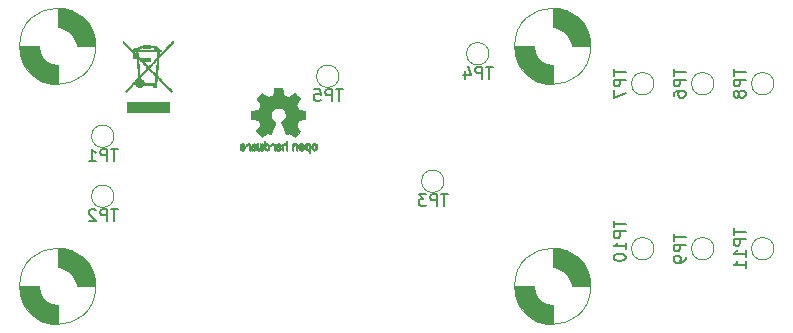
<source format=gbo>
G04 #@! TF.GenerationSoftware,KiCad,Pcbnew,6.0.9-8da3e8f707~116~ubuntu20.04.1*
G04 #@! TF.CreationDate,2023-03-26T17:34:06+00:00*
G04 #@! TF.ProjectId,LEC011102,4c454330-3131-4313-9032-2e6b69636164,rev?*
G04 #@! TF.SameCoordinates,Original*
G04 #@! TF.FileFunction,Legend,Bot*
G04 #@! TF.FilePolarity,Positive*
%FSLAX46Y46*%
G04 Gerber Fmt 4.6, Leading zero omitted, Abs format (unit mm)*
G04 Created by KiCad (PCBNEW 6.0.9-8da3e8f707~116~ubuntu20.04.1) date 2023-03-26 17:34:06*
%MOMM*%
%LPD*%
G01*
G04 APERTURE LIST*
%ADD10C,0.150000*%
%ADD11C,0.120000*%
%ADD12C,0.010000*%
G04 APERTURE END LIST*
D10*
G04 #@! TO.C,TP1*
X88891904Y-41740380D02*
X88320476Y-41740380D01*
X88606190Y-42740380D02*
X88606190Y-41740380D01*
X87987142Y-42740380D02*
X87987142Y-41740380D01*
X87606190Y-41740380D01*
X87510952Y-41788000D01*
X87463333Y-41835619D01*
X87415714Y-41930857D01*
X87415714Y-42073714D01*
X87463333Y-42168952D01*
X87510952Y-42216571D01*
X87606190Y-42264190D01*
X87987142Y-42264190D01*
X86463333Y-42740380D02*
X87034761Y-42740380D01*
X86749047Y-42740380D02*
X86749047Y-41740380D01*
X86844285Y-41883238D01*
X86939523Y-41978476D01*
X87034761Y-42026095D01*
G04 #@! TO.C,TP2*
X88891904Y-46820380D02*
X88320476Y-46820380D01*
X88606190Y-47820380D02*
X88606190Y-46820380D01*
X87987142Y-47820380D02*
X87987142Y-46820380D01*
X87606190Y-46820380D01*
X87510952Y-46868000D01*
X87463333Y-46915619D01*
X87415714Y-47010857D01*
X87415714Y-47153714D01*
X87463333Y-47248952D01*
X87510952Y-47296571D01*
X87606190Y-47344190D01*
X87987142Y-47344190D01*
X87034761Y-46915619D02*
X86987142Y-46868000D01*
X86891904Y-46820380D01*
X86653809Y-46820380D01*
X86558571Y-46868000D01*
X86510952Y-46915619D01*
X86463333Y-47010857D01*
X86463333Y-47106095D01*
X86510952Y-47248952D01*
X87082380Y-47820380D01*
X86463333Y-47820380D01*
G04 #@! TO.C,TP3*
X116831904Y-45550380D02*
X116260476Y-45550380D01*
X116546190Y-46550380D02*
X116546190Y-45550380D01*
X115927142Y-46550380D02*
X115927142Y-45550380D01*
X115546190Y-45550380D01*
X115450952Y-45598000D01*
X115403333Y-45645619D01*
X115355714Y-45740857D01*
X115355714Y-45883714D01*
X115403333Y-45978952D01*
X115450952Y-46026571D01*
X115546190Y-46074190D01*
X115927142Y-46074190D01*
X115022380Y-45550380D02*
X114403333Y-45550380D01*
X114736666Y-45931333D01*
X114593809Y-45931333D01*
X114498571Y-45978952D01*
X114450952Y-46026571D01*
X114403333Y-46121809D01*
X114403333Y-46359904D01*
X114450952Y-46455142D01*
X114498571Y-46502761D01*
X114593809Y-46550380D01*
X114879523Y-46550380D01*
X114974761Y-46502761D01*
X115022380Y-46455142D01*
G04 #@! TO.C,TP4*
X120641904Y-34755380D02*
X120070476Y-34755380D01*
X120356190Y-35755380D02*
X120356190Y-34755380D01*
X119737142Y-35755380D02*
X119737142Y-34755380D01*
X119356190Y-34755380D01*
X119260952Y-34803000D01*
X119213333Y-34850619D01*
X119165714Y-34945857D01*
X119165714Y-35088714D01*
X119213333Y-35183952D01*
X119260952Y-35231571D01*
X119356190Y-35279190D01*
X119737142Y-35279190D01*
X118308571Y-35088714D02*
X118308571Y-35755380D01*
X118546666Y-34707761D02*
X118784761Y-35422047D01*
X118165714Y-35422047D01*
G04 #@! TO.C,TP5*
X107941904Y-36660380D02*
X107370476Y-36660380D01*
X107656190Y-37660380D02*
X107656190Y-36660380D01*
X107037142Y-37660380D02*
X107037142Y-36660380D01*
X106656190Y-36660380D01*
X106560952Y-36708000D01*
X106513333Y-36755619D01*
X106465714Y-36850857D01*
X106465714Y-36993714D01*
X106513333Y-37088952D01*
X106560952Y-37136571D01*
X106656190Y-37184190D01*
X107037142Y-37184190D01*
X105560952Y-36660380D02*
X106037142Y-36660380D01*
X106084761Y-37136571D01*
X106037142Y-37088952D01*
X105941904Y-37041333D01*
X105703809Y-37041333D01*
X105608571Y-37088952D01*
X105560952Y-37136571D01*
X105513333Y-37231809D01*
X105513333Y-37469904D01*
X105560952Y-37565142D01*
X105608571Y-37612761D01*
X105703809Y-37660380D01*
X105941904Y-37660380D01*
X106037142Y-37612761D01*
X106084761Y-37565142D01*
G04 #@! TO.C,TP6*
X135977380Y-34933095D02*
X135977380Y-35504523D01*
X136977380Y-35218809D02*
X135977380Y-35218809D01*
X136977380Y-35837857D02*
X135977380Y-35837857D01*
X135977380Y-36218809D01*
X136025000Y-36314047D01*
X136072619Y-36361666D01*
X136167857Y-36409285D01*
X136310714Y-36409285D01*
X136405952Y-36361666D01*
X136453571Y-36314047D01*
X136501190Y-36218809D01*
X136501190Y-35837857D01*
X135977380Y-37266428D02*
X135977380Y-37075952D01*
X136025000Y-36980714D01*
X136072619Y-36933095D01*
X136215476Y-36837857D01*
X136405952Y-36790238D01*
X136786904Y-36790238D01*
X136882142Y-36837857D01*
X136929761Y-36885476D01*
X136977380Y-36980714D01*
X136977380Y-37171190D01*
X136929761Y-37266428D01*
X136882142Y-37314047D01*
X136786904Y-37361666D01*
X136548809Y-37361666D01*
X136453571Y-37314047D01*
X136405952Y-37266428D01*
X136358333Y-37171190D01*
X136358333Y-36980714D01*
X136405952Y-36885476D01*
X136453571Y-36837857D01*
X136548809Y-36790238D01*
G04 #@! TO.C,TP7*
X130897380Y-34933095D02*
X130897380Y-35504523D01*
X131897380Y-35218809D02*
X130897380Y-35218809D01*
X131897380Y-35837857D02*
X130897380Y-35837857D01*
X130897380Y-36218809D01*
X130945000Y-36314047D01*
X130992619Y-36361666D01*
X131087857Y-36409285D01*
X131230714Y-36409285D01*
X131325952Y-36361666D01*
X131373571Y-36314047D01*
X131421190Y-36218809D01*
X131421190Y-35837857D01*
X130897380Y-36742619D02*
X130897380Y-37409285D01*
X131897380Y-36980714D01*
G04 #@! TO.C,TP8*
X141057380Y-34933095D02*
X141057380Y-35504523D01*
X142057380Y-35218809D02*
X141057380Y-35218809D01*
X142057380Y-35837857D02*
X141057380Y-35837857D01*
X141057380Y-36218809D01*
X141105000Y-36314047D01*
X141152619Y-36361666D01*
X141247857Y-36409285D01*
X141390714Y-36409285D01*
X141485952Y-36361666D01*
X141533571Y-36314047D01*
X141581190Y-36218809D01*
X141581190Y-35837857D01*
X141485952Y-36980714D02*
X141438333Y-36885476D01*
X141390714Y-36837857D01*
X141295476Y-36790238D01*
X141247857Y-36790238D01*
X141152619Y-36837857D01*
X141105000Y-36885476D01*
X141057380Y-36980714D01*
X141057380Y-37171190D01*
X141105000Y-37266428D01*
X141152619Y-37314047D01*
X141247857Y-37361666D01*
X141295476Y-37361666D01*
X141390714Y-37314047D01*
X141438333Y-37266428D01*
X141485952Y-37171190D01*
X141485952Y-36980714D01*
X141533571Y-36885476D01*
X141581190Y-36837857D01*
X141676428Y-36790238D01*
X141866904Y-36790238D01*
X141962142Y-36837857D01*
X142009761Y-36885476D01*
X142057380Y-36980714D01*
X142057380Y-37171190D01*
X142009761Y-37266428D01*
X141962142Y-37314047D01*
X141866904Y-37361666D01*
X141676428Y-37361666D01*
X141581190Y-37314047D01*
X141533571Y-37266428D01*
X141485952Y-37171190D01*
G04 #@! TO.C,TP9*
X135977380Y-48903095D02*
X135977380Y-49474523D01*
X136977380Y-49188809D02*
X135977380Y-49188809D01*
X136977380Y-49807857D02*
X135977380Y-49807857D01*
X135977380Y-50188809D01*
X136025000Y-50284047D01*
X136072619Y-50331666D01*
X136167857Y-50379285D01*
X136310714Y-50379285D01*
X136405952Y-50331666D01*
X136453571Y-50284047D01*
X136501190Y-50188809D01*
X136501190Y-49807857D01*
X136977380Y-50855476D02*
X136977380Y-51045952D01*
X136929761Y-51141190D01*
X136882142Y-51188809D01*
X136739285Y-51284047D01*
X136548809Y-51331666D01*
X136167857Y-51331666D01*
X136072619Y-51284047D01*
X136025000Y-51236428D01*
X135977380Y-51141190D01*
X135977380Y-50950714D01*
X136025000Y-50855476D01*
X136072619Y-50807857D01*
X136167857Y-50760238D01*
X136405952Y-50760238D01*
X136501190Y-50807857D01*
X136548809Y-50855476D01*
X136596428Y-50950714D01*
X136596428Y-51141190D01*
X136548809Y-51236428D01*
X136501190Y-51284047D01*
X136405952Y-51331666D01*
G04 #@! TO.C,TP10*
X130897380Y-47791904D02*
X130897380Y-48363333D01*
X131897380Y-48077619D02*
X130897380Y-48077619D01*
X131897380Y-48696666D02*
X130897380Y-48696666D01*
X130897380Y-49077619D01*
X130945000Y-49172857D01*
X130992619Y-49220476D01*
X131087857Y-49268095D01*
X131230714Y-49268095D01*
X131325952Y-49220476D01*
X131373571Y-49172857D01*
X131421190Y-49077619D01*
X131421190Y-48696666D01*
X131897380Y-50220476D02*
X131897380Y-49649047D01*
X131897380Y-49934761D02*
X130897380Y-49934761D01*
X131040238Y-49839523D01*
X131135476Y-49744285D01*
X131183095Y-49649047D01*
X130897380Y-50839523D02*
X130897380Y-50934761D01*
X130945000Y-51030000D01*
X130992619Y-51077619D01*
X131087857Y-51125238D01*
X131278333Y-51172857D01*
X131516428Y-51172857D01*
X131706904Y-51125238D01*
X131802142Y-51077619D01*
X131849761Y-51030000D01*
X131897380Y-50934761D01*
X131897380Y-50839523D01*
X131849761Y-50744285D01*
X131802142Y-50696666D01*
X131706904Y-50649047D01*
X131516428Y-50601428D01*
X131278333Y-50601428D01*
X131087857Y-50649047D01*
X130992619Y-50696666D01*
X130945000Y-50744285D01*
X130897380Y-50839523D01*
G04 #@! TO.C,TP11*
X141057380Y-48426904D02*
X141057380Y-48998333D01*
X142057380Y-48712619D02*
X141057380Y-48712619D01*
X142057380Y-49331666D02*
X141057380Y-49331666D01*
X141057380Y-49712619D01*
X141105000Y-49807857D01*
X141152619Y-49855476D01*
X141247857Y-49903095D01*
X141390714Y-49903095D01*
X141485952Y-49855476D01*
X141533571Y-49807857D01*
X141581190Y-49712619D01*
X141581190Y-49331666D01*
X142057380Y-50855476D02*
X142057380Y-50284047D01*
X142057380Y-50569761D02*
X141057380Y-50569761D01*
X141200238Y-50474523D01*
X141295476Y-50379285D01*
X141343095Y-50284047D01*
X142057380Y-51807857D02*
X142057380Y-51236428D01*
X142057380Y-51522142D02*
X141057380Y-51522142D01*
X141200238Y-51426904D01*
X141295476Y-51331666D01*
X141343095Y-51236428D01*
D11*
G04 #@! TO.C,H1*
X87044903Y-53340000D02*
G75*
G03*
X87044903Y-53340000I-3224903J0D01*
G01*
G36*
X82220000Y-53440000D02*
G01*
X82320000Y-53840000D01*
X82520000Y-54240000D01*
X82920000Y-54640000D01*
X83320000Y-54840000D01*
X83720000Y-54940000D01*
X83820000Y-54940000D01*
X83820000Y-56564903D01*
X83320000Y-56540000D01*
X82320000Y-56240000D01*
X81520000Y-55640000D01*
X81020000Y-54940000D01*
X80720000Y-54240000D01*
X80620000Y-53840000D01*
X80620000Y-53340000D01*
X82220000Y-53340000D01*
X82220000Y-53440000D01*
G37*
D12*
X82220000Y-53440000D02*
X82320000Y-53840000D01*
X82520000Y-54240000D01*
X82920000Y-54640000D01*
X83320000Y-54840000D01*
X83720000Y-54940000D01*
X83820000Y-54940000D01*
X83820000Y-56564903D01*
X83320000Y-56540000D01*
X82320000Y-56240000D01*
X81520000Y-55640000D01*
X81020000Y-54940000D01*
X80720000Y-54240000D01*
X80620000Y-53840000D01*
X80620000Y-53340000D01*
X82220000Y-53340000D01*
X82220000Y-53440000D01*
G36*
X84320000Y-50140000D02*
G01*
X85320000Y-50440000D01*
X86120000Y-51040000D01*
X86620000Y-51740000D01*
X86920000Y-52440000D01*
X87020000Y-52840000D01*
X87020000Y-53340000D01*
X85420000Y-53340000D01*
X85420000Y-53240000D01*
X85320000Y-52840000D01*
X85120000Y-52440000D01*
X84720000Y-52040000D01*
X84320000Y-51840000D01*
X83920000Y-51740000D01*
X83820000Y-51740000D01*
X83820000Y-50115097D01*
X84320000Y-50140000D01*
G37*
X84320000Y-50140000D02*
X85320000Y-50440000D01*
X86120000Y-51040000D01*
X86620000Y-51740000D01*
X86920000Y-52440000D01*
X87020000Y-52840000D01*
X87020000Y-53340000D01*
X85420000Y-53340000D01*
X85420000Y-53240000D01*
X85320000Y-52840000D01*
X85120000Y-52440000D01*
X84720000Y-52040000D01*
X84320000Y-51840000D01*
X83920000Y-51740000D01*
X83820000Y-51740000D01*
X83820000Y-50115097D01*
X84320000Y-50140000D01*
D11*
G04 #@! TO.C,H2*
X128954903Y-33020000D02*
G75*
G03*
X128954903Y-33020000I-3224903J0D01*
G01*
G36*
X124130000Y-33120000D02*
G01*
X124230000Y-33520000D01*
X124430000Y-33920000D01*
X124830000Y-34320000D01*
X125230000Y-34520000D01*
X125630000Y-34620000D01*
X125730000Y-34620000D01*
X125730000Y-36244903D01*
X125230000Y-36220000D01*
X124230000Y-35920000D01*
X123430000Y-35320000D01*
X122930000Y-34620000D01*
X122630000Y-33920000D01*
X122530000Y-33520000D01*
X122530000Y-33020000D01*
X124130000Y-33020000D01*
X124130000Y-33120000D01*
G37*
D12*
X124130000Y-33120000D02*
X124230000Y-33520000D01*
X124430000Y-33920000D01*
X124830000Y-34320000D01*
X125230000Y-34520000D01*
X125630000Y-34620000D01*
X125730000Y-34620000D01*
X125730000Y-36244903D01*
X125230000Y-36220000D01*
X124230000Y-35920000D01*
X123430000Y-35320000D01*
X122930000Y-34620000D01*
X122630000Y-33920000D01*
X122530000Y-33520000D01*
X122530000Y-33020000D01*
X124130000Y-33020000D01*
X124130000Y-33120000D01*
G36*
X126230000Y-29820000D02*
G01*
X127230000Y-30120000D01*
X128030000Y-30720000D01*
X128530000Y-31420000D01*
X128830000Y-32120000D01*
X128930000Y-32520000D01*
X128930000Y-33020000D01*
X127330000Y-33020000D01*
X127330000Y-32920000D01*
X127230000Y-32520000D01*
X127030000Y-32120000D01*
X126630000Y-31720000D01*
X126230000Y-31520000D01*
X125830000Y-31420000D01*
X125730000Y-31420000D01*
X125730000Y-29795097D01*
X126230000Y-29820000D01*
G37*
X126230000Y-29820000D02*
X127230000Y-30120000D01*
X128030000Y-30720000D01*
X128530000Y-31420000D01*
X128830000Y-32120000D01*
X128930000Y-32520000D01*
X128930000Y-33020000D01*
X127330000Y-33020000D01*
X127330000Y-32920000D01*
X127230000Y-32520000D01*
X127030000Y-32120000D01*
X126630000Y-31720000D01*
X126230000Y-31520000D01*
X125830000Y-31420000D01*
X125730000Y-31420000D01*
X125730000Y-29795097D01*
X126230000Y-29820000D01*
D11*
G04 #@! TO.C,H3*
X87044903Y-33020000D02*
G75*
G03*
X87044903Y-33020000I-3224903J0D01*
G01*
G36*
X84320000Y-29820000D02*
G01*
X85320000Y-30120000D01*
X86120000Y-30720000D01*
X86620000Y-31420000D01*
X86920000Y-32120000D01*
X87020000Y-32520000D01*
X87020000Y-33020000D01*
X85420000Y-33020000D01*
X85420000Y-32920000D01*
X85320000Y-32520000D01*
X85120000Y-32120000D01*
X84720000Y-31720000D01*
X84320000Y-31520000D01*
X83920000Y-31420000D01*
X83820000Y-31420000D01*
X83820000Y-29795097D01*
X84320000Y-29820000D01*
G37*
D12*
X84320000Y-29820000D02*
X85320000Y-30120000D01*
X86120000Y-30720000D01*
X86620000Y-31420000D01*
X86920000Y-32120000D01*
X87020000Y-32520000D01*
X87020000Y-33020000D01*
X85420000Y-33020000D01*
X85420000Y-32920000D01*
X85320000Y-32520000D01*
X85120000Y-32120000D01*
X84720000Y-31720000D01*
X84320000Y-31520000D01*
X83920000Y-31420000D01*
X83820000Y-31420000D01*
X83820000Y-29795097D01*
X84320000Y-29820000D01*
G36*
X82220000Y-33120000D02*
G01*
X82320000Y-33520000D01*
X82520000Y-33920000D01*
X82920000Y-34320000D01*
X83320000Y-34520000D01*
X83720000Y-34620000D01*
X83820000Y-34620000D01*
X83820000Y-36244903D01*
X83320000Y-36220000D01*
X82320000Y-35920000D01*
X81520000Y-35320000D01*
X81020000Y-34620000D01*
X80720000Y-33920000D01*
X80620000Y-33520000D01*
X80620000Y-33020000D01*
X82220000Y-33020000D01*
X82220000Y-33120000D01*
G37*
X82220000Y-33120000D02*
X82320000Y-33520000D01*
X82520000Y-33920000D01*
X82920000Y-34320000D01*
X83320000Y-34520000D01*
X83720000Y-34620000D01*
X83820000Y-34620000D01*
X83820000Y-36244903D01*
X83320000Y-36220000D01*
X82320000Y-35920000D01*
X81520000Y-35320000D01*
X81020000Y-34620000D01*
X80720000Y-33920000D01*
X80620000Y-33520000D01*
X80620000Y-33020000D01*
X82220000Y-33020000D01*
X82220000Y-33120000D01*
D11*
G04 #@! TO.C,H4*
X128954903Y-53340000D02*
G75*
G03*
X128954903Y-53340000I-3224903J0D01*
G01*
G36*
X126230000Y-50140000D02*
G01*
X127230000Y-50440000D01*
X128030000Y-51040000D01*
X128530000Y-51740000D01*
X128830000Y-52440000D01*
X128930000Y-52840000D01*
X128930000Y-53340000D01*
X127330000Y-53340000D01*
X127330000Y-53240000D01*
X127230000Y-52840000D01*
X127030000Y-52440000D01*
X126630000Y-52040000D01*
X126230000Y-51840000D01*
X125830000Y-51740000D01*
X125730000Y-51740000D01*
X125730000Y-50115097D01*
X126230000Y-50140000D01*
G37*
D12*
X126230000Y-50140000D02*
X127230000Y-50440000D01*
X128030000Y-51040000D01*
X128530000Y-51740000D01*
X128830000Y-52440000D01*
X128930000Y-52840000D01*
X128930000Y-53340000D01*
X127330000Y-53340000D01*
X127330000Y-53240000D01*
X127230000Y-52840000D01*
X127030000Y-52440000D01*
X126630000Y-52040000D01*
X126230000Y-51840000D01*
X125830000Y-51740000D01*
X125730000Y-51740000D01*
X125730000Y-50115097D01*
X126230000Y-50140000D01*
G36*
X124130000Y-53440000D02*
G01*
X124230000Y-53840000D01*
X124430000Y-54240000D01*
X124830000Y-54640000D01*
X125230000Y-54840000D01*
X125630000Y-54940000D01*
X125730000Y-54940000D01*
X125730000Y-56564903D01*
X125230000Y-56540000D01*
X124230000Y-56240000D01*
X123430000Y-55640000D01*
X122930000Y-54940000D01*
X122630000Y-54240000D01*
X122530000Y-53840000D01*
X122530000Y-53340000D01*
X124130000Y-53340000D01*
X124130000Y-53440000D01*
G37*
X124130000Y-53440000D02*
X124230000Y-53840000D01*
X124430000Y-54240000D01*
X124830000Y-54640000D01*
X125230000Y-54840000D01*
X125630000Y-54940000D01*
X125730000Y-54940000D01*
X125730000Y-56564903D01*
X125230000Y-56540000D01*
X124230000Y-56240000D01*
X123430000Y-55640000D01*
X122930000Y-54940000D01*
X122630000Y-54240000D01*
X122530000Y-53840000D01*
X122530000Y-53340000D01*
X124130000Y-53340000D01*
X124130000Y-53440000D01*
D11*
G04 #@! TO.C,TP1*
X88580000Y-40640000D02*
G75*
G03*
X88580000Y-40640000I-950000J0D01*
G01*
G04 #@! TO.C,TP2*
X88580000Y-45720000D02*
G75*
G03*
X88580000Y-45720000I-950000J0D01*
G01*
G04 #@! TO.C,TP3*
X116520000Y-44450000D02*
G75*
G03*
X116520000Y-44450000I-950000J0D01*
G01*
G04 #@! TO.C,TP4*
X120330000Y-33655000D02*
G75*
G03*
X120330000Y-33655000I-950000J0D01*
G01*
G04 #@! TO.C,TP5*
X107630000Y-35560000D02*
G75*
G03*
X107630000Y-35560000I-950000J0D01*
G01*
G04 #@! TO.C,TP6*
X139380000Y-36195000D02*
G75*
G03*
X139380000Y-36195000I-950000J0D01*
G01*
G04 #@! TO.C,TP7*
X134300000Y-36195000D02*
G75*
G03*
X134300000Y-36195000I-950000J0D01*
G01*
G04 #@! TO.C,TP8*
X144460000Y-36195000D02*
G75*
G03*
X144460000Y-36195000I-950000J0D01*
G01*
G04 #@! TO.C,TP9*
X139380000Y-50165000D02*
G75*
G03*
X139380000Y-50165000I-950000J0D01*
G01*
G04 #@! TO.C,TP10*
X134300000Y-50165000D02*
G75*
G03*
X134300000Y-50165000I-950000J0D01*
G01*
G04 #@! TO.C,TP11*
X144460000Y-50165000D02*
G75*
G03*
X144460000Y-50165000I-950000J0D01*
G01*
G04 #@! TO.C,REF\u002A\u002A*
G36*
X92451662Y-33320696D02*
G01*
X92491314Y-33321782D01*
X92559109Y-33321782D01*
X92559109Y-33434951D01*
X92399577Y-33434951D01*
X92384682Y-33612732D01*
X92382682Y-33637037D01*
X92378023Y-33697880D01*
X92374731Y-33747389D01*
X92373092Y-33780992D01*
X92373390Y-33794116D01*
X92377724Y-33790343D01*
X92397496Y-33770676D01*
X92431679Y-33735818D01*
X92478541Y-33687576D01*
X92536354Y-33627757D01*
X92603387Y-33558167D01*
X92677912Y-33480615D01*
X92758197Y-33396907D01*
X92842513Y-33308849D01*
X92929130Y-33218250D01*
X93016319Y-33126915D01*
X93102349Y-33036653D01*
X93185492Y-32949269D01*
X93264016Y-32866572D01*
X93336192Y-32790368D01*
X93400291Y-32722463D01*
X93454583Y-32664666D01*
X93551592Y-32561040D01*
X93552034Y-32649315D01*
X93552475Y-32737589D01*
X92951938Y-33369158D01*
X92351401Y-34000726D01*
X92339396Y-34144674D01*
X92291365Y-34720635D01*
X92282876Y-34822791D01*
X92272343Y-34950612D01*
X92262621Y-35069767D01*
X92253898Y-35177914D01*
X92246358Y-35272713D01*
X92240187Y-35351819D01*
X92235573Y-35412892D01*
X92232700Y-35453590D01*
X92231754Y-35471570D01*
X92234251Y-35479808D01*
X92245471Y-35497599D01*
X92266751Y-35524411D01*
X92277021Y-35536129D01*
X92299225Y-35561466D01*
X92344023Y-35609986D01*
X92402281Y-35671192D01*
X92475129Y-35746307D01*
X92563703Y-35836550D01*
X92669134Y-35943145D01*
X92738492Y-36013093D01*
X92835179Y-36110658D01*
X92931526Y-36207941D01*
X93024638Y-36302014D01*
X93111618Y-36389950D01*
X93189569Y-36468820D01*
X93255596Y-36535699D01*
X93306802Y-36587658D01*
X93507514Y-36791620D01*
X93471058Y-36829671D01*
X93462460Y-36838245D01*
X93437095Y-36859297D01*
X93419695Y-36867723D01*
X93406071Y-36860530D01*
X93380743Y-36838944D01*
X93350379Y-36807995D01*
X93331896Y-36788448D01*
X93297427Y-36752752D01*
X93248712Y-36702684D01*
X93187469Y-36640001D01*
X93115420Y-36566457D01*
X93034285Y-36483810D01*
X92945784Y-36393815D01*
X92851637Y-36298228D01*
X92753565Y-36198805D01*
X92211161Y-35649343D01*
X92189066Y-35934746D01*
X92184250Y-35995662D01*
X92177216Y-36077548D01*
X92170872Y-36139569D01*
X92164748Y-36184987D01*
X92158373Y-36217062D01*
X92151277Y-36239052D01*
X92142991Y-36254219D01*
X92131393Y-36275416D01*
X92121850Y-36314386D01*
X92119010Y-36370531D01*
X92119010Y-36452773D01*
X91892674Y-36452773D01*
X91892674Y-36276733D01*
X91047082Y-36276733D01*
X90998203Y-36332262D01*
X90984836Y-36346722D01*
X90912388Y-36404813D01*
X90830532Y-36440576D01*
X90741900Y-36452773D01*
X90663692Y-36446306D01*
X90575233Y-36419047D01*
X90499507Y-36370328D01*
X90484748Y-36356403D01*
X90447864Y-36311328D01*
X90415503Y-36258819D01*
X90392297Y-36207061D01*
X90382879Y-36164239D01*
X90382697Y-36158023D01*
X90381342Y-36135246D01*
X90377800Y-36119513D01*
X90370390Y-36112068D01*
X90357431Y-36114156D01*
X90337243Y-36127020D01*
X90308145Y-36151905D01*
X90268456Y-36190053D01*
X90216496Y-36242710D01*
X90150584Y-36311119D01*
X90069040Y-36396524D01*
X90025604Y-36442112D01*
X89953000Y-36518441D01*
X89884309Y-36590808D01*
X89822223Y-36656366D01*
X89769434Y-36712274D01*
X89728634Y-36755686D01*
X89702515Y-36783758D01*
X89631119Y-36861436D01*
X89542863Y-36773416D01*
X90088690Y-36201287D01*
X90123105Y-36165188D01*
X90245546Y-36036272D01*
X90350651Y-35924754D01*
X90438736Y-35830288D01*
X90510116Y-35752529D01*
X90560588Y-35696174D01*
X90767247Y-35696174D01*
X90768872Y-35709434D01*
X90769156Y-35710819D01*
X90782698Y-35742228D01*
X90809748Y-35756863D01*
X90893129Y-35788063D01*
X90967418Y-35840038D01*
X91025846Y-35908791D01*
X91065890Y-35991315D01*
X91085026Y-36084606D01*
X91091364Y-36163565D01*
X92040838Y-36163565D01*
X92047458Y-36135273D01*
X92048629Y-36128329D01*
X92052268Y-36097281D01*
X92057234Y-36047081D01*
X92063157Y-35981727D01*
X92069669Y-35905219D01*
X92076401Y-35821555D01*
X92098724Y-35536129D01*
X91797826Y-35230565D01*
X91742636Y-35174704D01*
X91675109Y-35106888D01*
X91614529Y-35046643D01*
X91563021Y-34996052D01*
X91522710Y-34957200D01*
X91495722Y-34932170D01*
X91484182Y-34923046D01*
X91476444Y-34927405D01*
X91453395Y-34947241D01*
X91418709Y-34980375D01*
X91375487Y-35023820D01*
X91326832Y-35074587D01*
X91314140Y-35088051D01*
X91257229Y-35148275D01*
X91189414Y-35219864D01*
X91115800Y-35297437D01*
X91041493Y-35375611D01*
X90971599Y-35449005D01*
X90967401Y-35453409D01*
X90902420Y-35521785D01*
X90852836Y-35574732D01*
X90816688Y-35614767D01*
X90792016Y-35644411D01*
X90776858Y-35666181D01*
X90769256Y-35682595D01*
X90767247Y-35696174D01*
X90560588Y-35696174D01*
X90565105Y-35691131D01*
X90604019Y-35645748D01*
X90627173Y-35616035D01*
X90634882Y-35601644D01*
X90634883Y-35601559D01*
X90633825Y-35583624D01*
X90630737Y-35543421D01*
X90625858Y-35483687D01*
X90619432Y-35407158D01*
X90611700Y-35316569D01*
X90602905Y-35214657D01*
X90593287Y-35104159D01*
X90583091Y-34987811D01*
X90572556Y-34868348D01*
X90561926Y-34748507D01*
X90551442Y-34631025D01*
X90541346Y-34518637D01*
X90531881Y-34414081D01*
X90523288Y-34320091D01*
X90515809Y-34239405D01*
X90509687Y-34174759D01*
X90505162Y-34128888D01*
X90502478Y-34104530D01*
X90497067Y-34063732D01*
X90626253Y-34063732D01*
X90627908Y-34094653D01*
X90631549Y-34146653D01*
X90636995Y-34217487D01*
X90644063Y-34304911D01*
X90652570Y-34406681D01*
X90662335Y-34520552D01*
X90673174Y-34644279D01*
X90684907Y-34775618D01*
X90694079Y-34876908D01*
X90705566Y-35002526D01*
X90716322Y-35118762D01*
X90726131Y-35223380D01*
X90734781Y-35314140D01*
X90742057Y-35388804D01*
X90747746Y-35445134D01*
X90751634Y-35480891D01*
X90753506Y-35493837D01*
X90759188Y-35489826D01*
X90780020Y-35470138D01*
X90813872Y-35436322D01*
X90858412Y-35390837D01*
X90911310Y-35336146D01*
X90970236Y-35274710D01*
X91032858Y-35208990D01*
X91096848Y-35141449D01*
X91159874Y-35074547D01*
X91219606Y-35010746D01*
X91273713Y-34952507D01*
X91319865Y-34902292D01*
X91355733Y-34862563D01*
X91378984Y-34835780D01*
X91385778Y-34826477D01*
X91567601Y-34826477D01*
X91843305Y-35101968D01*
X91910726Y-35169224D01*
X91974267Y-35232162D01*
X92023490Y-35280100D01*
X92060196Y-35314594D01*
X92086190Y-35337199D01*
X92103276Y-35349471D01*
X92113256Y-35352966D01*
X92117935Y-35349238D01*
X92119116Y-35339844D01*
X92119873Y-35324749D01*
X92122601Y-35285883D01*
X92127108Y-35226895D01*
X92133179Y-35150473D01*
X92140596Y-35059305D01*
X92149142Y-34956080D01*
X92158602Y-34843483D01*
X92168758Y-34724205D01*
X92177723Y-34619077D01*
X92187066Y-34508351D01*
X92195443Y-34407814D01*
X92202653Y-34319943D01*
X92208496Y-34247215D01*
X92212769Y-34192110D01*
X92215273Y-34157104D01*
X92215805Y-34144674D01*
X92215384Y-34144908D01*
X92203509Y-34156350D01*
X92177130Y-34183198D01*
X92138570Y-34223018D01*
X92090153Y-34273372D01*
X92034203Y-34331828D01*
X91973042Y-34395948D01*
X91908995Y-34463298D01*
X91844385Y-34531443D01*
X91781535Y-34597948D01*
X91722768Y-34660377D01*
X91670409Y-34716295D01*
X91569533Y-34824406D01*
X91567601Y-34826477D01*
X91385778Y-34826477D01*
X91387290Y-34824406D01*
X91379148Y-34813383D01*
X91355478Y-34786999D01*
X91318478Y-34747527D01*
X91270350Y-34697191D01*
X91213296Y-34638217D01*
X91149520Y-34572830D01*
X91081222Y-34503255D01*
X91010605Y-34431716D01*
X90939871Y-34360438D01*
X90871222Y-34291647D01*
X90806861Y-34227566D01*
X90748989Y-34170422D01*
X90699810Y-34122439D01*
X90661524Y-34085841D01*
X90636334Y-34062854D01*
X90626442Y-34055703D01*
X90626253Y-34063732D01*
X90497067Y-34063732D01*
X90495390Y-34051089D01*
X90220297Y-34051089D01*
X90220140Y-33950495D01*
X90320891Y-33950495D01*
X90402624Y-33950495D01*
X90409895Y-33950489D01*
X90450950Y-33949613D01*
X90473277Y-33945867D01*
X90482529Y-33937270D01*
X90484357Y-33921840D01*
X90476306Y-33899159D01*
X90448730Y-33861428D01*
X90402624Y-33812179D01*
X90320891Y-33731172D01*
X90320891Y-33950495D01*
X90220140Y-33950495D01*
X90219968Y-33840471D01*
X90219639Y-33629852D01*
X89767914Y-33170891D01*
X89316189Y-32711931D01*
X89315570Y-32624848D01*
X89314951Y-32537767D01*
X89856769Y-33086952D01*
X89909137Y-33139998D01*
X90017803Y-33249772D01*
X90110709Y-33343114D01*
X90189055Y-33421173D01*
X90254043Y-33485097D01*
X90306872Y-33536035D01*
X90348743Y-33575135D01*
X90380855Y-33603548D01*
X90404410Y-33622420D01*
X90420608Y-33632901D01*
X90430649Y-33636139D01*
X90447579Y-33635158D01*
X90457084Y-33627996D01*
X90458723Y-33608401D01*
X90454782Y-33570124D01*
X90452065Y-33546025D01*
X90448284Y-33505744D01*
X90446760Y-33478961D01*
X90446015Y-33469728D01*
X90438746Y-33459839D01*
X90418668Y-33456562D01*
X90379689Y-33457992D01*
X90369737Y-33458553D01*
X90329898Y-33457921D01*
X90301560Y-33449167D01*
X90281586Y-33434951D01*
X90564852Y-33434951D01*
X90569013Y-33482104D01*
X90570935Y-33503498D01*
X90576924Y-33561909D01*
X90582826Y-33600381D01*
X90589727Y-33622912D01*
X90598712Y-33633498D01*
X90610870Y-33636139D01*
X90621801Y-33637937D01*
X90629050Y-33646530D01*
X90633100Y-33666505D01*
X90634863Y-33702450D01*
X90635248Y-33758952D01*
X90635248Y-33881766D01*
X90675447Y-33921840D01*
X90773565Y-34019654D01*
X90911881Y-34157542D01*
X90911881Y-34051089D01*
X91666337Y-34051089D01*
X91666337Y-34290000D01*
X91047831Y-34290000D01*
X91257592Y-34506906D01*
X91297770Y-34548334D01*
X91353328Y-34605200D01*
X91401570Y-34654082D01*
X91439971Y-34692441D01*
X91466003Y-34717741D01*
X91477140Y-34727442D01*
X91481373Y-34724767D01*
X91501224Y-34706782D01*
X91535451Y-34673481D01*
X91582227Y-34626712D01*
X91639724Y-34568325D01*
X91706112Y-34500169D01*
X91779564Y-34424094D01*
X91858251Y-34341950D01*
X91937341Y-34258943D01*
X92014871Y-34177136D01*
X92077746Y-34110083D01*
X92127502Y-34056007D01*
X92165678Y-34013129D01*
X92193811Y-33979673D01*
X92213440Y-33953861D01*
X92226101Y-33933914D01*
X92233334Y-33918056D01*
X92236675Y-33904509D01*
X92237561Y-33897910D01*
X92241488Y-33861548D01*
X92246459Y-33808018D01*
X92251927Y-33743421D01*
X92257344Y-33673862D01*
X92259181Y-33649635D01*
X92264488Y-33584178D01*
X92269548Y-33527717D01*
X92273863Y-33485618D01*
X92276934Y-33463243D01*
X92282955Y-33434951D01*
X90564852Y-33434951D01*
X90281586Y-33434951D01*
X90273630Y-33429289D01*
X90268820Y-33425104D01*
X90229482Y-33374427D01*
X90213903Y-33321782D01*
X90554698Y-33321782D01*
X91969221Y-33321782D01*
X92181881Y-33321782D01*
X92238908Y-33321782D01*
X92255993Y-33321662D01*
X92281308Y-33319462D01*
X92288616Y-33312334D01*
X92282943Y-33297508D01*
X92281267Y-33294682D01*
X92262448Y-33272944D01*
X92235183Y-33248820D01*
X92207987Y-33229254D01*
X92189371Y-33221188D01*
X92187697Y-33222463D01*
X92183544Y-33239976D01*
X92181881Y-33271485D01*
X92181881Y-33321782D01*
X91969221Y-33321782D01*
X91965526Y-33231095D01*
X91961832Y-33140407D01*
X91886386Y-33125252D01*
X91848551Y-33118379D01*
X91785368Y-33108756D01*
X91726065Y-33101496D01*
X91641188Y-33092893D01*
X91641188Y-33196040D01*
X91062773Y-33196040D01*
X91062773Y-33105122D01*
X90990471Y-33113753D01*
X90879998Y-33132249D01*
X90768816Y-33165691D01*
X90676850Y-33212324D01*
X90602542Y-33272786D01*
X90554698Y-33321782D01*
X90213903Y-33321782D01*
X90212172Y-33315934D01*
X90217474Y-33254575D01*
X90245975Y-33195297D01*
X90248733Y-33191606D01*
X90286822Y-33159851D01*
X90336476Y-33141067D01*
X90390002Y-33136071D01*
X90439707Y-33145678D01*
X90477900Y-33170704D01*
X90490831Y-33183480D01*
X90503428Y-33186576D01*
X90521467Y-33176998D01*
X90551928Y-33153082D01*
X90561274Y-33145731D01*
X90633430Y-33099339D01*
X90718915Y-33058084D01*
X90788830Y-33032575D01*
X91163367Y-33032575D01*
X91163367Y-33095446D01*
X91540594Y-33095446D01*
X91540594Y-33032575D01*
X91163367Y-33032575D01*
X90788830Y-33032575D01*
X90809767Y-33024936D01*
X90898027Y-33002868D01*
X90975736Y-32994852D01*
X90983991Y-32994788D01*
X91029879Y-32990321D01*
X91055079Y-32977795D01*
X91062773Y-32955784D01*
X91063676Y-32948849D01*
X91068615Y-32942885D01*
X91080611Y-32938519D01*
X91102680Y-32935503D01*
X91137836Y-32933590D01*
X91189094Y-32932530D01*
X91259471Y-32932077D01*
X91351980Y-32931980D01*
X91438660Y-32932150D01*
X91512332Y-32932834D01*
X91566265Y-32934215D01*
X91603288Y-32936470D01*
X91626230Y-32939778D01*
X91637920Y-32944320D01*
X91641188Y-32950272D01*
X91651937Y-32964888D01*
X91682055Y-32974215D01*
X91693582Y-32975847D01*
X91732886Y-32981591D01*
X91785188Y-32989378D01*
X91842376Y-32998003D01*
X91873916Y-33002393D01*
X91920074Y-33007148D01*
X91952641Y-33008295D01*
X91966023Y-33005495D01*
X91968308Y-33003671D01*
X91989405Y-32999165D01*
X92027355Y-32996029D01*
X92076048Y-32994852D01*
X92181881Y-32994852D01*
X92181894Y-33032575D01*
X92181894Y-33035718D01*
X92182388Y-33048668D01*
X92188819Y-33070411D01*
X92207123Y-33088851D01*
X92242830Y-33110801D01*
X92274174Y-33130854D01*
X92321893Y-33169356D01*
X92365138Y-33212579D01*
X92398219Y-33254627D01*
X92415442Y-33289604D01*
X92419662Y-33303081D01*
X92427480Y-33312334D01*
X92430116Y-33315454D01*
X92451662Y-33320696D01*
G37*
D12*
X92451662Y-33320696D02*
X92491314Y-33321782D01*
X92559109Y-33321782D01*
X92559109Y-33434951D01*
X92399577Y-33434951D01*
X92384682Y-33612732D01*
X92382682Y-33637037D01*
X92378023Y-33697880D01*
X92374731Y-33747389D01*
X92373092Y-33780992D01*
X92373390Y-33794116D01*
X92377724Y-33790343D01*
X92397496Y-33770676D01*
X92431679Y-33735818D01*
X92478541Y-33687576D01*
X92536354Y-33627757D01*
X92603387Y-33558167D01*
X92677912Y-33480615D01*
X92758197Y-33396907D01*
X92842513Y-33308849D01*
X92929130Y-33218250D01*
X93016319Y-33126915D01*
X93102349Y-33036653D01*
X93185492Y-32949269D01*
X93264016Y-32866572D01*
X93336192Y-32790368D01*
X93400291Y-32722463D01*
X93454583Y-32664666D01*
X93551592Y-32561040D01*
X93552034Y-32649315D01*
X93552475Y-32737589D01*
X92951938Y-33369158D01*
X92351401Y-34000726D01*
X92339396Y-34144674D01*
X92291365Y-34720635D01*
X92282876Y-34822791D01*
X92272343Y-34950612D01*
X92262621Y-35069767D01*
X92253898Y-35177914D01*
X92246358Y-35272713D01*
X92240187Y-35351819D01*
X92235573Y-35412892D01*
X92232700Y-35453590D01*
X92231754Y-35471570D01*
X92234251Y-35479808D01*
X92245471Y-35497599D01*
X92266751Y-35524411D01*
X92277021Y-35536129D01*
X92299225Y-35561466D01*
X92344023Y-35609986D01*
X92402281Y-35671192D01*
X92475129Y-35746307D01*
X92563703Y-35836550D01*
X92669134Y-35943145D01*
X92738492Y-36013093D01*
X92835179Y-36110658D01*
X92931526Y-36207941D01*
X93024638Y-36302014D01*
X93111618Y-36389950D01*
X93189569Y-36468820D01*
X93255596Y-36535699D01*
X93306802Y-36587658D01*
X93507514Y-36791620D01*
X93471058Y-36829671D01*
X93462460Y-36838245D01*
X93437095Y-36859297D01*
X93419695Y-36867723D01*
X93406071Y-36860530D01*
X93380743Y-36838944D01*
X93350379Y-36807995D01*
X93331896Y-36788448D01*
X93297427Y-36752752D01*
X93248712Y-36702684D01*
X93187469Y-36640001D01*
X93115420Y-36566457D01*
X93034285Y-36483810D01*
X92945784Y-36393815D01*
X92851637Y-36298228D01*
X92753565Y-36198805D01*
X92211161Y-35649343D01*
X92189066Y-35934746D01*
X92184250Y-35995662D01*
X92177216Y-36077548D01*
X92170872Y-36139569D01*
X92164748Y-36184987D01*
X92158373Y-36217062D01*
X92151277Y-36239052D01*
X92142991Y-36254219D01*
X92131393Y-36275416D01*
X92121850Y-36314386D01*
X92119010Y-36370531D01*
X92119010Y-36452773D01*
X91892674Y-36452773D01*
X91892674Y-36276733D01*
X91047082Y-36276733D01*
X90998203Y-36332262D01*
X90984836Y-36346722D01*
X90912388Y-36404813D01*
X90830532Y-36440576D01*
X90741900Y-36452773D01*
X90663692Y-36446306D01*
X90575233Y-36419047D01*
X90499507Y-36370328D01*
X90484748Y-36356403D01*
X90447864Y-36311328D01*
X90415503Y-36258819D01*
X90392297Y-36207061D01*
X90382879Y-36164239D01*
X90382697Y-36158023D01*
X90381342Y-36135246D01*
X90377800Y-36119513D01*
X90370390Y-36112068D01*
X90357431Y-36114156D01*
X90337243Y-36127020D01*
X90308145Y-36151905D01*
X90268456Y-36190053D01*
X90216496Y-36242710D01*
X90150584Y-36311119D01*
X90069040Y-36396524D01*
X90025604Y-36442112D01*
X89953000Y-36518441D01*
X89884309Y-36590808D01*
X89822223Y-36656366D01*
X89769434Y-36712274D01*
X89728634Y-36755686D01*
X89702515Y-36783758D01*
X89631119Y-36861436D01*
X89542863Y-36773416D01*
X90088690Y-36201287D01*
X90123105Y-36165188D01*
X90245546Y-36036272D01*
X90350651Y-35924754D01*
X90438736Y-35830288D01*
X90510116Y-35752529D01*
X90560588Y-35696174D01*
X90767247Y-35696174D01*
X90768872Y-35709434D01*
X90769156Y-35710819D01*
X90782698Y-35742228D01*
X90809748Y-35756863D01*
X90893129Y-35788063D01*
X90967418Y-35840038D01*
X91025846Y-35908791D01*
X91065890Y-35991315D01*
X91085026Y-36084606D01*
X91091364Y-36163565D01*
X92040838Y-36163565D01*
X92047458Y-36135273D01*
X92048629Y-36128329D01*
X92052268Y-36097281D01*
X92057234Y-36047081D01*
X92063157Y-35981727D01*
X92069669Y-35905219D01*
X92076401Y-35821555D01*
X92098724Y-35536129D01*
X91797826Y-35230565D01*
X91742636Y-35174704D01*
X91675109Y-35106888D01*
X91614529Y-35046643D01*
X91563021Y-34996052D01*
X91522710Y-34957200D01*
X91495722Y-34932170D01*
X91484182Y-34923046D01*
X91476444Y-34927405D01*
X91453395Y-34947241D01*
X91418709Y-34980375D01*
X91375487Y-35023820D01*
X91326832Y-35074587D01*
X91314140Y-35088051D01*
X91257229Y-35148275D01*
X91189414Y-35219864D01*
X91115800Y-35297437D01*
X91041493Y-35375611D01*
X90971599Y-35449005D01*
X90967401Y-35453409D01*
X90902420Y-35521785D01*
X90852836Y-35574732D01*
X90816688Y-35614767D01*
X90792016Y-35644411D01*
X90776858Y-35666181D01*
X90769256Y-35682595D01*
X90767247Y-35696174D01*
X90560588Y-35696174D01*
X90565105Y-35691131D01*
X90604019Y-35645748D01*
X90627173Y-35616035D01*
X90634882Y-35601644D01*
X90634883Y-35601559D01*
X90633825Y-35583624D01*
X90630737Y-35543421D01*
X90625858Y-35483687D01*
X90619432Y-35407158D01*
X90611700Y-35316569D01*
X90602905Y-35214657D01*
X90593287Y-35104159D01*
X90583091Y-34987811D01*
X90572556Y-34868348D01*
X90561926Y-34748507D01*
X90551442Y-34631025D01*
X90541346Y-34518637D01*
X90531881Y-34414081D01*
X90523288Y-34320091D01*
X90515809Y-34239405D01*
X90509687Y-34174759D01*
X90505162Y-34128888D01*
X90502478Y-34104530D01*
X90497067Y-34063732D01*
X90626253Y-34063732D01*
X90627908Y-34094653D01*
X90631549Y-34146653D01*
X90636995Y-34217487D01*
X90644063Y-34304911D01*
X90652570Y-34406681D01*
X90662335Y-34520552D01*
X90673174Y-34644279D01*
X90684907Y-34775618D01*
X90694079Y-34876908D01*
X90705566Y-35002526D01*
X90716322Y-35118762D01*
X90726131Y-35223380D01*
X90734781Y-35314140D01*
X90742057Y-35388804D01*
X90747746Y-35445134D01*
X90751634Y-35480891D01*
X90753506Y-35493837D01*
X90759188Y-35489826D01*
X90780020Y-35470138D01*
X90813872Y-35436322D01*
X90858412Y-35390837D01*
X90911310Y-35336146D01*
X90970236Y-35274710D01*
X91032858Y-35208990D01*
X91096848Y-35141449D01*
X91159874Y-35074547D01*
X91219606Y-35010746D01*
X91273713Y-34952507D01*
X91319865Y-34902292D01*
X91355733Y-34862563D01*
X91378984Y-34835780D01*
X91385778Y-34826477D01*
X91567601Y-34826477D01*
X91843305Y-35101968D01*
X91910726Y-35169224D01*
X91974267Y-35232162D01*
X92023490Y-35280100D01*
X92060196Y-35314594D01*
X92086190Y-35337199D01*
X92103276Y-35349471D01*
X92113256Y-35352966D01*
X92117935Y-35349238D01*
X92119116Y-35339844D01*
X92119873Y-35324749D01*
X92122601Y-35285883D01*
X92127108Y-35226895D01*
X92133179Y-35150473D01*
X92140596Y-35059305D01*
X92149142Y-34956080D01*
X92158602Y-34843483D01*
X92168758Y-34724205D01*
X92177723Y-34619077D01*
X92187066Y-34508351D01*
X92195443Y-34407814D01*
X92202653Y-34319943D01*
X92208496Y-34247215D01*
X92212769Y-34192110D01*
X92215273Y-34157104D01*
X92215805Y-34144674D01*
X92215384Y-34144908D01*
X92203509Y-34156350D01*
X92177130Y-34183198D01*
X92138570Y-34223018D01*
X92090153Y-34273372D01*
X92034203Y-34331828D01*
X91973042Y-34395948D01*
X91908995Y-34463298D01*
X91844385Y-34531443D01*
X91781535Y-34597948D01*
X91722768Y-34660377D01*
X91670409Y-34716295D01*
X91569533Y-34824406D01*
X91567601Y-34826477D01*
X91385778Y-34826477D01*
X91387290Y-34824406D01*
X91379148Y-34813383D01*
X91355478Y-34786999D01*
X91318478Y-34747527D01*
X91270350Y-34697191D01*
X91213296Y-34638217D01*
X91149520Y-34572830D01*
X91081222Y-34503255D01*
X91010605Y-34431716D01*
X90939871Y-34360438D01*
X90871222Y-34291647D01*
X90806861Y-34227566D01*
X90748989Y-34170422D01*
X90699810Y-34122439D01*
X90661524Y-34085841D01*
X90636334Y-34062854D01*
X90626442Y-34055703D01*
X90626253Y-34063732D01*
X90497067Y-34063732D01*
X90495390Y-34051089D01*
X90220297Y-34051089D01*
X90220140Y-33950495D01*
X90320891Y-33950495D01*
X90402624Y-33950495D01*
X90409895Y-33950489D01*
X90450950Y-33949613D01*
X90473277Y-33945867D01*
X90482529Y-33937270D01*
X90484357Y-33921840D01*
X90476306Y-33899159D01*
X90448730Y-33861428D01*
X90402624Y-33812179D01*
X90320891Y-33731172D01*
X90320891Y-33950495D01*
X90220140Y-33950495D01*
X90219968Y-33840471D01*
X90219639Y-33629852D01*
X89767914Y-33170891D01*
X89316189Y-32711931D01*
X89315570Y-32624848D01*
X89314951Y-32537767D01*
X89856769Y-33086952D01*
X89909137Y-33139998D01*
X90017803Y-33249772D01*
X90110709Y-33343114D01*
X90189055Y-33421173D01*
X90254043Y-33485097D01*
X90306872Y-33536035D01*
X90348743Y-33575135D01*
X90380855Y-33603548D01*
X90404410Y-33622420D01*
X90420608Y-33632901D01*
X90430649Y-33636139D01*
X90447579Y-33635158D01*
X90457084Y-33627996D01*
X90458723Y-33608401D01*
X90454782Y-33570124D01*
X90452065Y-33546025D01*
X90448284Y-33505744D01*
X90446760Y-33478961D01*
X90446015Y-33469728D01*
X90438746Y-33459839D01*
X90418668Y-33456562D01*
X90379689Y-33457992D01*
X90369737Y-33458553D01*
X90329898Y-33457921D01*
X90301560Y-33449167D01*
X90281586Y-33434951D01*
X90564852Y-33434951D01*
X90569013Y-33482104D01*
X90570935Y-33503498D01*
X90576924Y-33561909D01*
X90582826Y-33600381D01*
X90589727Y-33622912D01*
X90598712Y-33633498D01*
X90610870Y-33636139D01*
X90621801Y-33637937D01*
X90629050Y-33646530D01*
X90633100Y-33666505D01*
X90634863Y-33702450D01*
X90635248Y-33758952D01*
X90635248Y-33881766D01*
X90675447Y-33921840D01*
X90773565Y-34019654D01*
X90911881Y-34157542D01*
X90911881Y-34051089D01*
X91666337Y-34051089D01*
X91666337Y-34290000D01*
X91047831Y-34290000D01*
X91257592Y-34506906D01*
X91297770Y-34548334D01*
X91353328Y-34605200D01*
X91401570Y-34654082D01*
X91439971Y-34692441D01*
X91466003Y-34717741D01*
X91477140Y-34727442D01*
X91481373Y-34724767D01*
X91501224Y-34706782D01*
X91535451Y-34673481D01*
X91582227Y-34626712D01*
X91639724Y-34568325D01*
X91706112Y-34500169D01*
X91779564Y-34424094D01*
X91858251Y-34341950D01*
X91937341Y-34258943D01*
X92014871Y-34177136D01*
X92077746Y-34110083D01*
X92127502Y-34056007D01*
X92165678Y-34013129D01*
X92193811Y-33979673D01*
X92213440Y-33953861D01*
X92226101Y-33933914D01*
X92233334Y-33918056D01*
X92236675Y-33904509D01*
X92237561Y-33897910D01*
X92241488Y-33861548D01*
X92246459Y-33808018D01*
X92251927Y-33743421D01*
X92257344Y-33673862D01*
X92259181Y-33649635D01*
X92264488Y-33584178D01*
X92269548Y-33527717D01*
X92273863Y-33485618D01*
X92276934Y-33463243D01*
X92282955Y-33434951D01*
X90564852Y-33434951D01*
X90281586Y-33434951D01*
X90273630Y-33429289D01*
X90268820Y-33425104D01*
X90229482Y-33374427D01*
X90213903Y-33321782D01*
X90554698Y-33321782D01*
X91969221Y-33321782D01*
X92181881Y-33321782D01*
X92238908Y-33321782D01*
X92255993Y-33321662D01*
X92281308Y-33319462D01*
X92288616Y-33312334D01*
X92282943Y-33297508D01*
X92281267Y-33294682D01*
X92262448Y-33272944D01*
X92235183Y-33248820D01*
X92207987Y-33229254D01*
X92189371Y-33221188D01*
X92187697Y-33222463D01*
X92183544Y-33239976D01*
X92181881Y-33271485D01*
X92181881Y-33321782D01*
X91969221Y-33321782D01*
X91965526Y-33231095D01*
X91961832Y-33140407D01*
X91886386Y-33125252D01*
X91848551Y-33118379D01*
X91785368Y-33108756D01*
X91726065Y-33101496D01*
X91641188Y-33092893D01*
X91641188Y-33196040D01*
X91062773Y-33196040D01*
X91062773Y-33105122D01*
X90990471Y-33113753D01*
X90879998Y-33132249D01*
X90768816Y-33165691D01*
X90676850Y-33212324D01*
X90602542Y-33272786D01*
X90554698Y-33321782D01*
X90213903Y-33321782D01*
X90212172Y-33315934D01*
X90217474Y-33254575D01*
X90245975Y-33195297D01*
X90248733Y-33191606D01*
X90286822Y-33159851D01*
X90336476Y-33141067D01*
X90390002Y-33136071D01*
X90439707Y-33145678D01*
X90477900Y-33170704D01*
X90490831Y-33183480D01*
X90503428Y-33186576D01*
X90521467Y-33176998D01*
X90551928Y-33153082D01*
X90561274Y-33145731D01*
X90633430Y-33099339D01*
X90718915Y-33058084D01*
X90788830Y-33032575D01*
X91163367Y-33032575D01*
X91163367Y-33095446D01*
X91540594Y-33095446D01*
X91540594Y-33032575D01*
X91163367Y-33032575D01*
X90788830Y-33032575D01*
X90809767Y-33024936D01*
X90898027Y-33002868D01*
X90975736Y-32994852D01*
X90983991Y-32994788D01*
X91029879Y-32990321D01*
X91055079Y-32977795D01*
X91062773Y-32955784D01*
X91063676Y-32948849D01*
X91068615Y-32942885D01*
X91080611Y-32938519D01*
X91102680Y-32935503D01*
X91137836Y-32933590D01*
X91189094Y-32932530D01*
X91259471Y-32932077D01*
X91351980Y-32931980D01*
X91438660Y-32932150D01*
X91512332Y-32932834D01*
X91566265Y-32934215D01*
X91603288Y-32936470D01*
X91626230Y-32939778D01*
X91637920Y-32944320D01*
X91641188Y-32950272D01*
X91651937Y-32964888D01*
X91682055Y-32974215D01*
X91693582Y-32975847D01*
X91732886Y-32981591D01*
X91785188Y-32989378D01*
X91842376Y-32998003D01*
X91873916Y-33002393D01*
X91920074Y-33007148D01*
X91952641Y-33008295D01*
X91966023Y-33005495D01*
X91968308Y-33003671D01*
X91989405Y-32999165D01*
X92027355Y-32996029D01*
X92076048Y-32994852D01*
X92181881Y-32994852D01*
X92181894Y-33032575D01*
X92181894Y-33035718D01*
X92182388Y-33048668D01*
X92188819Y-33070411D01*
X92207123Y-33088851D01*
X92242830Y-33110801D01*
X92274174Y-33130854D01*
X92321893Y-33169356D01*
X92365138Y-33212579D01*
X92398219Y-33254627D01*
X92415442Y-33289604D01*
X92419662Y-33303081D01*
X92427480Y-33312334D01*
X92430116Y-33315454D01*
X92451662Y-33320696D01*
G36*
X93212971Y-38577822D02*
G01*
X89692178Y-38577822D01*
X89692178Y-37710198D01*
X93212971Y-37710198D01*
X93212971Y-38577822D01*
G37*
X93212971Y-38577822D02*
X89692178Y-38577822D01*
X89692178Y-37710198D01*
X93212971Y-37710198D01*
X93212971Y-38577822D01*
G36*
X105765701Y-41550935D02*
G01*
X105764914Y-41621119D01*
X105762210Y-41670022D01*
X105756606Y-41704178D01*
X105747119Y-41730124D01*
X105732768Y-41754397D01*
X105729237Y-41759433D01*
X105691878Y-41799143D01*
X105649311Y-41829092D01*
X105627452Y-41838810D01*
X105548908Y-41855020D01*
X105471231Y-41844535D01*
X105399645Y-41808707D01*
X105339374Y-41748887D01*
X105334286Y-41740873D01*
X105317730Y-41694342D01*
X105306573Y-41629552D01*
X105301160Y-41554727D01*
X105301768Y-41485513D01*
X105448248Y-41485513D01*
X105449402Y-41581399D01*
X105449866Y-41587569D01*
X105456629Y-41640478D01*
X105468671Y-41674029D01*
X105489005Y-41697016D01*
X105523097Y-41718548D01*
X105556814Y-41719680D01*
X105591543Y-41694857D01*
X105597584Y-41688325D01*
X105609417Y-41668779D01*
X105616404Y-41640386D01*
X105619727Y-41596430D01*
X105620571Y-41530192D01*
X105619125Y-41468150D01*
X105611907Y-41409042D01*
X105597006Y-41371686D01*
X105572636Y-41352152D01*
X105537008Y-41346514D01*
X105523440Y-41347635D01*
X105485430Y-41368194D01*
X105460312Y-41414299D01*
X105448248Y-41485513D01*
X105301768Y-41485513D01*
X105301833Y-41478096D01*
X105308937Y-41407882D01*
X105322815Y-41352312D01*
X105340649Y-41315301D01*
X105390855Y-41257733D01*
X105458885Y-41221962D01*
X105542158Y-41209665D01*
X105564398Y-41210331D01*
X105629891Y-41223947D01*
X105683687Y-41258249D01*
X105733057Y-41317338D01*
X105735995Y-41321722D01*
X105749287Y-41345299D01*
X105757932Y-41371949D01*
X105762904Y-41408159D01*
X105765174Y-41460413D01*
X105765678Y-41530192D01*
X105765714Y-41535200D01*
X105765701Y-41550935D01*
G37*
X105765701Y-41550935D02*
X105764914Y-41621119D01*
X105762210Y-41670022D01*
X105756606Y-41704178D01*
X105747119Y-41730124D01*
X105732768Y-41754397D01*
X105729237Y-41759433D01*
X105691878Y-41799143D01*
X105649311Y-41829092D01*
X105627452Y-41838810D01*
X105548908Y-41855020D01*
X105471231Y-41844535D01*
X105399645Y-41808707D01*
X105339374Y-41748887D01*
X105334286Y-41740873D01*
X105317730Y-41694342D01*
X105306573Y-41629552D01*
X105301160Y-41554727D01*
X105301768Y-41485513D01*
X105448248Y-41485513D01*
X105449402Y-41581399D01*
X105449866Y-41587569D01*
X105456629Y-41640478D01*
X105468671Y-41674029D01*
X105489005Y-41697016D01*
X105523097Y-41718548D01*
X105556814Y-41719680D01*
X105591543Y-41694857D01*
X105597584Y-41688325D01*
X105609417Y-41668779D01*
X105616404Y-41640386D01*
X105619727Y-41596430D01*
X105620571Y-41530192D01*
X105619125Y-41468150D01*
X105611907Y-41409042D01*
X105597006Y-41371686D01*
X105572636Y-41352152D01*
X105537008Y-41346514D01*
X105523440Y-41347635D01*
X105485430Y-41368194D01*
X105460312Y-41414299D01*
X105448248Y-41485513D01*
X105301768Y-41485513D01*
X105301833Y-41478096D01*
X105308937Y-41407882D01*
X105322815Y-41352312D01*
X105340649Y-41315301D01*
X105390855Y-41257733D01*
X105458885Y-41221962D01*
X105542158Y-41209665D01*
X105564398Y-41210331D01*
X105629891Y-41223947D01*
X105683687Y-41258249D01*
X105733057Y-41317338D01*
X105735995Y-41321722D01*
X105749287Y-41345299D01*
X105757932Y-41371949D01*
X105762904Y-41408159D01*
X105765174Y-41460413D01*
X105765678Y-41530192D01*
X105765714Y-41535200D01*
X105765701Y-41550935D01*
G36*
X101153941Y-41249282D02*
G01*
X101185774Y-41261758D01*
X101222743Y-41278602D01*
X101222743Y-41765196D01*
X101176812Y-41811127D01*
X101166320Y-41821427D01*
X101137255Y-41844320D01*
X101107943Y-41851735D01*
X101064326Y-41848321D01*
X101046568Y-41846114D01*
X101000767Y-41841445D01*
X100968743Y-41839585D01*
X100959244Y-41839869D01*
X100920274Y-41842948D01*
X100873160Y-41848321D01*
X100858085Y-41850168D01*
X100820110Y-41850893D01*
X100792325Y-41839429D01*
X100760674Y-41811127D01*
X100714743Y-41765196D01*
X100714743Y-41505055D01*
X100715101Y-41428180D01*
X100716216Y-41354886D01*
X100717952Y-41296850D01*
X100720167Y-41258663D01*
X100722721Y-41244914D01*
X100723256Y-41244951D01*
X100741808Y-41251793D01*
X100773153Y-41266868D01*
X100815608Y-41288822D01*
X100819604Y-41517240D01*
X100823600Y-41745657D01*
X100910686Y-41745657D01*
X100914657Y-41495286D01*
X100915916Y-41427227D01*
X100917718Y-41354482D01*
X100919671Y-41296730D01*
X100921612Y-41258648D01*
X100923377Y-41244914D01*
X100923885Y-41244962D01*
X100941482Y-41250015D01*
X100973834Y-41260849D01*
X101019543Y-41276783D01*
X101019765Y-41496706D01*
X101019988Y-41534909D01*
X101021531Y-41609146D01*
X101024292Y-41671145D01*
X101027977Y-41715308D01*
X101032292Y-41736041D01*
X101047732Y-41747131D01*
X101079241Y-41750556D01*
X101113886Y-41745657D01*
X101117857Y-41495286D01*
X101119278Y-41431663D01*
X101122225Y-41356356D01*
X101126079Y-41297286D01*
X101130542Y-41258718D01*
X101135317Y-41244914D01*
X101153941Y-41249282D01*
G37*
X101153941Y-41249282D02*
X101185774Y-41261758D01*
X101222743Y-41278602D01*
X101222743Y-41765196D01*
X101176812Y-41811127D01*
X101166320Y-41821427D01*
X101137255Y-41844320D01*
X101107943Y-41851735D01*
X101064326Y-41848321D01*
X101046568Y-41846114D01*
X101000767Y-41841445D01*
X100968743Y-41839585D01*
X100959244Y-41839869D01*
X100920274Y-41842948D01*
X100873160Y-41848321D01*
X100858085Y-41850168D01*
X100820110Y-41850893D01*
X100792325Y-41839429D01*
X100760674Y-41811127D01*
X100714743Y-41765196D01*
X100714743Y-41505055D01*
X100715101Y-41428180D01*
X100716216Y-41354886D01*
X100717952Y-41296850D01*
X100720167Y-41258663D01*
X100722721Y-41244914D01*
X100723256Y-41244951D01*
X100741808Y-41251793D01*
X100773153Y-41266868D01*
X100815608Y-41288822D01*
X100819604Y-41517240D01*
X100823600Y-41745657D01*
X100910686Y-41745657D01*
X100914657Y-41495286D01*
X100915916Y-41427227D01*
X100917718Y-41354482D01*
X100919671Y-41296730D01*
X100921612Y-41258648D01*
X100923377Y-41244914D01*
X100923885Y-41244962D01*
X100941482Y-41250015D01*
X100973834Y-41260849D01*
X101019543Y-41276783D01*
X101019765Y-41496706D01*
X101019988Y-41534909D01*
X101021531Y-41609146D01*
X101024292Y-41671145D01*
X101027977Y-41715308D01*
X101032292Y-41736041D01*
X101047732Y-41747131D01*
X101079241Y-41750556D01*
X101113886Y-41745657D01*
X101117857Y-41495286D01*
X101119278Y-41431663D01*
X101122225Y-41356356D01*
X101126079Y-41297286D01*
X101130542Y-41258718D01*
X101135317Y-41244914D01*
X101153941Y-41249282D01*
G36*
X101729537Y-41606313D02*
G01*
X101721345Y-41683462D01*
X101703519Y-41741276D01*
X101673975Y-41785422D01*
X101630625Y-41821568D01*
X101589332Y-41842463D01*
X101519987Y-41854090D01*
X101450736Y-41841377D01*
X101388145Y-41805945D01*
X101338779Y-41749418D01*
X101332818Y-41738995D01*
X101324945Y-41720733D01*
X101319106Y-41697429D01*
X101314999Y-41665085D01*
X101312325Y-41619704D01*
X101310781Y-41557287D01*
X101310734Y-41551748D01*
X101411429Y-41551748D01*
X101411772Y-41604577D01*
X101413942Y-41652362D01*
X101419307Y-41683209D01*
X101429217Y-41703935D01*
X101445021Y-41721356D01*
X101448724Y-41724705D01*
X101496299Y-41749419D01*
X101546635Y-41746890D01*
X101593517Y-41717288D01*
X101607477Y-41701953D01*
X101619160Y-41681622D01*
X101625686Y-41653514D01*
X101628524Y-41610550D01*
X101629143Y-41545647D01*
X101628837Y-41496122D01*
X101626722Y-41447782D01*
X101621390Y-41416587D01*
X101611460Y-41395647D01*
X101595550Y-41378073D01*
X101586204Y-41370159D01*
X101537776Y-41348843D01*
X101487040Y-41352198D01*
X101442987Y-41380107D01*
X101433504Y-41391173D01*
X101421939Y-41412009D01*
X101415252Y-41441106D01*
X101412173Y-41485381D01*
X101411429Y-41551748D01*
X101310734Y-41551748D01*
X101310067Y-41473837D01*
X101309883Y-41365358D01*
X101309829Y-41028601D01*
X101357000Y-41048362D01*
X101369472Y-41053770D01*
X101389324Y-41065985D01*
X101400687Y-41084482D01*
X101406933Y-41116829D01*
X101411429Y-41170593D01*
X101415535Y-41218866D01*
X101420963Y-41250557D01*
X101428739Y-41262383D01*
X101440457Y-41259212D01*
X101470318Y-41248067D01*
X101523684Y-41245304D01*
X101581093Y-41255625D01*
X101630625Y-41277861D01*
X101657876Y-41298443D01*
X101692865Y-41338600D01*
X101715274Y-41390086D01*
X101727190Y-41458568D01*
X101730542Y-41545647D01*
X101730698Y-41549714D01*
X101729537Y-41606313D01*
G37*
X101729537Y-41606313D02*
X101721345Y-41683462D01*
X101703519Y-41741276D01*
X101673975Y-41785422D01*
X101630625Y-41821568D01*
X101589332Y-41842463D01*
X101519987Y-41854090D01*
X101450736Y-41841377D01*
X101388145Y-41805945D01*
X101338779Y-41749418D01*
X101332818Y-41738995D01*
X101324945Y-41720733D01*
X101319106Y-41697429D01*
X101314999Y-41665085D01*
X101312325Y-41619704D01*
X101310781Y-41557287D01*
X101310734Y-41551748D01*
X101411429Y-41551748D01*
X101411772Y-41604577D01*
X101413942Y-41652362D01*
X101419307Y-41683209D01*
X101429217Y-41703935D01*
X101445021Y-41721356D01*
X101448724Y-41724705D01*
X101496299Y-41749419D01*
X101546635Y-41746890D01*
X101593517Y-41717288D01*
X101607477Y-41701953D01*
X101619160Y-41681622D01*
X101625686Y-41653514D01*
X101628524Y-41610550D01*
X101629143Y-41545647D01*
X101628837Y-41496122D01*
X101626722Y-41447782D01*
X101621390Y-41416587D01*
X101611460Y-41395647D01*
X101595550Y-41378073D01*
X101586204Y-41370159D01*
X101537776Y-41348843D01*
X101487040Y-41352198D01*
X101442987Y-41380107D01*
X101433504Y-41391173D01*
X101421939Y-41412009D01*
X101415252Y-41441106D01*
X101412173Y-41485381D01*
X101411429Y-41551748D01*
X101310734Y-41551748D01*
X101310067Y-41473837D01*
X101309883Y-41365358D01*
X101309829Y-41028601D01*
X101357000Y-41048362D01*
X101369472Y-41053770D01*
X101389324Y-41065985D01*
X101400687Y-41084482D01*
X101406933Y-41116829D01*
X101411429Y-41170593D01*
X101415535Y-41218866D01*
X101420963Y-41250557D01*
X101428739Y-41262383D01*
X101440457Y-41259212D01*
X101470318Y-41248067D01*
X101523684Y-41245304D01*
X101581093Y-41255625D01*
X101630625Y-41277861D01*
X101657876Y-41298443D01*
X101692865Y-41338600D01*
X101715274Y-41390086D01*
X101727190Y-41458568D01*
X101730542Y-41545647D01*
X101730698Y-41549714D01*
X101729537Y-41606313D01*
G36*
X99640307Y-41591305D02*
G01*
X99636762Y-41667521D01*
X99627483Y-41723294D01*
X99610375Y-41764613D01*
X99583344Y-41797467D01*
X99544292Y-41827846D01*
X99519445Y-41841660D01*
X99479615Y-41850965D01*
X99423665Y-41850230D01*
X99392385Y-41847283D01*
X99354653Y-41838283D01*
X99324494Y-41818720D01*
X99289408Y-41782267D01*
X99284720Y-41776943D01*
X99253177Y-41735969D01*
X99238128Y-41700283D01*
X99234286Y-41657966D01*
X99234286Y-41595779D01*
X99277742Y-41612182D01*
X99309424Y-41631356D01*
X99336962Y-41676347D01*
X99342711Y-41690752D01*
X99374855Y-41731546D01*
X99418611Y-41752081D01*
X99466254Y-41750235D01*
X99510057Y-41723886D01*
X99525111Y-41707455D01*
X99538763Y-41682667D01*
X99534493Y-41660144D01*
X99509916Y-41636964D01*
X99462651Y-41610202D01*
X99390314Y-41576934D01*
X99241543Y-41511816D01*
X99237595Y-41447308D01*
X99239079Y-41406220D01*
X99336010Y-41406220D01*
X99343368Y-41431657D01*
X99376848Y-41458814D01*
X99437614Y-41489714D01*
X99447669Y-41494190D01*
X99495751Y-41515017D01*
X99531726Y-41529665D01*
X99548444Y-41535200D01*
X99550977Y-41531126D01*
X99551993Y-41506247D01*
X99548369Y-41466257D01*
X99539242Y-41427152D01*
X99510773Y-41377884D01*
X99469678Y-41350122D01*
X99420590Y-41346364D01*
X99368144Y-41369109D01*
X99353609Y-41380481D01*
X99336010Y-41406220D01*
X99239079Y-41406220D01*
X99239338Y-41399064D01*
X99261281Y-41338096D01*
X99288979Y-41304497D01*
X99346405Y-41266966D01*
X99414527Y-41248006D01*
X99484947Y-41249507D01*
X99549267Y-41273355D01*
X99563426Y-41282513D01*
X99595904Y-41310849D01*
X99618116Y-41346695D01*
X99631804Y-41395384D01*
X99638715Y-41462249D01*
X99639628Y-41506247D01*
X99640590Y-41552622D01*
X99640307Y-41591305D01*
G37*
X99640307Y-41591305D02*
X99636762Y-41667521D01*
X99627483Y-41723294D01*
X99610375Y-41764613D01*
X99583344Y-41797467D01*
X99544292Y-41827846D01*
X99519445Y-41841660D01*
X99479615Y-41850965D01*
X99423665Y-41850230D01*
X99392385Y-41847283D01*
X99354653Y-41838283D01*
X99324494Y-41818720D01*
X99289408Y-41782267D01*
X99284720Y-41776943D01*
X99253177Y-41735969D01*
X99238128Y-41700283D01*
X99234286Y-41657966D01*
X99234286Y-41595779D01*
X99277742Y-41612182D01*
X99309424Y-41631356D01*
X99336962Y-41676347D01*
X99342711Y-41690752D01*
X99374855Y-41731546D01*
X99418611Y-41752081D01*
X99466254Y-41750235D01*
X99510057Y-41723886D01*
X99525111Y-41707455D01*
X99538763Y-41682667D01*
X99534493Y-41660144D01*
X99509916Y-41636964D01*
X99462651Y-41610202D01*
X99390314Y-41576934D01*
X99241543Y-41511816D01*
X99237595Y-41447308D01*
X99239079Y-41406220D01*
X99336010Y-41406220D01*
X99343368Y-41431657D01*
X99376848Y-41458814D01*
X99437614Y-41489714D01*
X99447669Y-41494190D01*
X99495751Y-41515017D01*
X99531726Y-41529665D01*
X99548444Y-41535200D01*
X99550977Y-41531126D01*
X99551993Y-41506247D01*
X99548369Y-41466257D01*
X99539242Y-41427152D01*
X99510773Y-41377884D01*
X99469678Y-41350122D01*
X99420590Y-41346364D01*
X99368144Y-41369109D01*
X99353609Y-41380481D01*
X99336010Y-41406220D01*
X99239079Y-41406220D01*
X99239338Y-41399064D01*
X99261281Y-41338096D01*
X99288979Y-41304497D01*
X99346405Y-41266966D01*
X99414527Y-41248006D01*
X99484947Y-41249507D01*
X99549267Y-41273355D01*
X99563426Y-41282513D01*
X99595904Y-41310849D01*
X99618116Y-41346695D01*
X99631804Y-41395384D01*
X99638715Y-41462249D01*
X99639628Y-41506247D01*
X99640590Y-41552622D01*
X99640307Y-41591305D01*
G36*
X104657684Y-41604078D02*
G01*
X104655078Y-41627387D01*
X104635660Y-41710352D01*
X104600573Y-41773448D01*
X104547212Y-41821808D01*
X104544196Y-41823804D01*
X104476362Y-41852185D01*
X104405535Y-41854711D01*
X104337289Y-41833097D01*
X104277196Y-41789062D01*
X104230829Y-41724322D01*
X104230050Y-41722761D01*
X104214643Y-41682558D01*
X104203357Y-41636866D01*
X104197370Y-41593972D01*
X104197861Y-41562160D01*
X104206007Y-41549714D01*
X104213244Y-41550471D01*
X104247851Y-41564235D01*
X104287078Y-41589546D01*
X104320448Y-41618845D01*
X104337483Y-41644572D01*
X104355192Y-41679471D01*
X104391485Y-41711212D01*
X104433630Y-41723886D01*
X104449077Y-41720221D01*
X104479569Y-41701774D01*
X104506128Y-41676166D01*
X104517486Y-41652934D01*
X104517482Y-41652848D01*
X104504596Y-41642179D01*
X104470241Y-41622933D01*
X104419593Y-41597813D01*
X104357829Y-41569524D01*
X104357489Y-41569374D01*
X104290388Y-41539498D01*
X104245411Y-41517973D01*
X104218145Y-41501437D01*
X104204178Y-41486531D01*
X104199097Y-41469893D01*
X104198490Y-41448162D01*
X104202712Y-41407013D01*
X104346000Y-41407013D01*
X104360791Y-41419949D01*
X104397644Y-41439333D01*
X104398725Y-41439881D01*
X104442205Y-41460587D01*
X104481102Y-41477105D01*
X104505778Y-41484093D01*
X104515676Y-41474753D01*
X104517486Y-41442748D01*
X104509966Y-41402915D01*
X104483897Y-41366717D01*
X104446154Y-41347950D01*
X104404077Y-41349845D01*
X104365005Y-41375632D01*
X104349647Y-41393451D01*
X104346000Y-41407013D01*
X104202712Y-41407013D01*
X104203833Y-41396086D01*
X104230251Y-41325335D01*
X104274473Y-41269735D01*
X104331697Y-41231239D01*
X104397120Y-41211797D01*
X104465937Y-41213359D01*
X104533347Y-41237878D01*
X104594544Y-41287302D01*
X104628450Y-41336212D01*
X104652806Y-41406027D01*
X104656767Y-41442748D01*
X104662299Y-41494055D01*
X104657684Y-41604078D01*
G37*
X104657684Y-41604078D02*
X104655078Y-41627387D01*
X104635660Y-41710352D01*
X104600573Y-41773448D01*
X104547212Y-41821808D01*
X104544196Y-41823804D01*
X104476362Y-41852185D01*
X104405535Y-41854711D01*
X104337289Y-41833097D01*
X104277196Y-41789062D01*
X104230829Y-41724322D01*
X104230050Y-41722761D01*
X104214643Y-41682558D01*
X104203357Y-41636866D01*
X104197370Y-41593972D01*
X104197861Y-41562160D01*
X104206007Y-41549714D01*
X104213244Y-41550471D01*
X104247851Y-41564235D01*
X104287078Y-41589546D01*
X104320448Y-41618845D01*
X104337483Y-41644572D01*
X104355192Y-41679471D01*
X104391485Y-41711212D01*
X104433630Y-41723886D01*
X104449077Y-41720221D01*
X104479569Y-41701774D01*
X104506128Y-41676166D01*
X104517486Y-41652934D01*
X104517482Y-41652848D01*
X104504596Y-41642179D01*
X104470241Y-41622933D01*
X104419593Y-41597813D01*
X104357829Y-41569524D01*
X104357489Y-41569374D01*
X104290388Y-41539498D01*
X104245411Y-41517973D01*
X104218145Y-41501437D01*
X104204178Y-41486531D01*
X104199097Y-41469893D01*
X104198490Y-41448162D01*
X104202712Y-41407013D01*
X104346000Y-41407013D01*
X104360791Y-41419949D01*
X104397644Y-41439333D01*
X104398725Y-41439881D01*
X104442205Y-41460587D01*
X104481102Y-41477105D01*
X104505778Y-41484093D01*
X104515676Y-41474753D01*
X104517486Y-41442748D01*
X104509966Y-41402915D01*
X104483897Y-41366717D01*
X104446154Y-41347950D01*
X104404077Y-41349845D01*
X104365005Y-41375632D01*
X104349647Y-41393451D01*
X104346000Y-41407013D01*
X104202712Y-41407013D01*
X104203833Y-41396086D01*
X104230251Y-41325335D01*
X104274473Y-41269735D01*
X104331697Y-41231239D01*
X104397120Y-41211797D01*
X104465937Y-41213359D01*
X104533347Y-41237878D01*
X104594544Y-41287302D01*
X104628450Y-41336212D01*
X104652806Y-41406027D01*
X104656767Y-41442748D01*
X104662299Y-41494055D01*
X104657684Y-41604078D01*
G36*
X102589483Y-41260569D02*
G01*
X102639376Y-41289661D01*
X102661325Y-41312327D01*
X102703504Y-41380082D01*
X102717714Y-41453950D01*
X102717714Y-41504770D01*
X102670999Y-41485128D01*
X102638692Y-41465308D01*
X102613231Y-41424160D01*
X102610616Y-41415675D01*
X102582478Y-41372451D01*
X102540067Y-41349103D01*
X102491370Y-41348100D01*
X102444373Y-41371914D01*
X102437357Y-41378056D01*
X102413893Y-41404745D01*
X102410019Y-41428014D01*
X102427768Y-41450862D01*
X102469179Y-41476287D01*
X102536286Y-41507288D01*
X102540824Y-41509252D01*
X102615322Y-41543990D01*
X102666203Y-41574763D01*
X102697525Y-41605488D01*
X102713343Y-41640082D01*
X102717714Y-41682462D01*
X102711986Y-41729446D01*
X102683062Y-41789585D01*
X102632178Y-41832788D01*
X102595374Y-41845759D01*
X102543434Y-41852856D01*
X102492999Y-41851340D01*
X102456983Y-41840632D01*
X102453158Y-41837966D01*
X102442998Y-41819337D01*
X102450048Y-41786505D01*
X102462297Y-41760735D01*
X102481939Y-41750006D01*
X102519191Y-41750539D01*
X102570908Y-41747462D01*
X102604701Y-41726212D01*
X102616114Y-41686877D01*
X102616104Y-41685747D01*
X102609187Y-41662913D01*
X102585659Y-41641963D01*
X102539914Y-41617815D01*
X102477704Y-41588741D01*
X102436499Y-41572925D01*
X102412712Y-41573944D01*
X102401597Y-41594837D01*
X102398408Y-41638641D01*
X102398400Y-41708393D01*
X102398044Y-41751452D01*
X102396413Y-41804626D01*
X102393761Y-41841022D01*
X102390422Y-41854514D01*
X102389530Y-41854423D01*
X102370237Y-41847110D01*
X102338284Y-41831678D01*
X102294124Y-41808842D01*
X102299371Y-41603078D01*
X102299736Y-41589432D01*
X102303904Y-41493651D01*
X102311268Y-41421462D01*
X102323330Y-41368058D01*
X102341593Y-41328633D01*
X102367560Y-41298380D01*
X102402733Y-41272493D01*
X102403384Y-41272087D01*
X102460256Y-41250968D01*
X102526033Y-41247400D01*
X102589483Y-41260569D01*
G37*
X102589483Y-41260569D02*
X102639376Y-41289661D01*
X102661325Y-41312327D01*
X102703504Y-41380082D01*
X102717714Y-41453950D01*
X102717714Y-41504770D01*
X102670999Y-41485128D01*
X102638692Y-41465308D01*
X102613231Y-41424160D01*
X102610616Y-41415675D01*
X102582478Y-41372451D01*
X102540067Y-41349103D01*
X102491370Y-41348100D01*
X102444373Y-41371914D01*
X102437357Y-41378056D01*
X102413893Y-41404745D01*
X102410019Y-41428014D01*
X102427768Y-41450862D01*
X102469179Y-41476287D01*
X102536286Y-41507288D01*
X102540824Y-41509252D01*
X102615322Y-41543990D01*
X102666203Y-41574763D01*
X102697525Y-41605488D01*
X102713343Y-41640082D01*
X102717714Y-41682462D01*
X102711986Y-41729446D01*
X102683062Y-41789585D01*
X102632178Y-41832788D01*
X102595374Y-41845759D01*
X102543434Y-41852856D01*
X102492999Y-41851340D01*
X102456983Y-41840632D01*
X102453158Y-41837966D01*
X102442998Y-41819337D01*
X102450048Y-41786505D01*
X102462297Y-41760735D01*
X102481939Y-41750006D01*
X102519191Y-41750539D01*
X102570908Y-41747462D01*
X102604701Y-41726212D01*
X102616114Y-41686877D01*
X102616104Y-41685747D01*
X102609187Y-41662913D01*
X102585659Y-41641963D01*
X102539914Y-41617815D01*
X102477704Y-41588741D01*
X102436499Y-41572925D01*
X102412712Y-41573944D01*
X102401597Y-41594837D01*
X102398408Y-41638641D01*
X102398400Y-41708393D01*
X102398044Y-41751452D01*
X102396413Y-41804626D01*
X102393761Y-41841022D01*
X102390422Y-41854514D01*
X102389530Y-41854423D01*
X102370237Y-41847110D01*
X102338284Y-41831678D01*
X102294124Y-41808842D01*
X102299371Y-41603078D01*
X102299736Y-41589432D01*
X102303904Y-41493651D01*
X102311268Y-41421462D01*
X102323330Y-41368058D01*
X102341593Y-41328633D01*
X102367560Y-41298380D01*
X102402733Y-41272493D01*
X102403384Y-41272087D01*
X102460256Y-41250968D01*
X102526033Y-41247400D01*
X102589483Y-41260569D01*
G36*
X102107691Y-41266467D02*
G01*
X102112273Y-41269003D01*
X102149704Y-41298057D01*
X102183170Y-41335410D01*
X102189007Y-41343852D01*
X102200165Y-41363553D01*
X102208136Y-41386935D01*
X102213618Y-41419067D01*
X102217307Y-41465019D01*
X102219899Y-41529859D01*
X102222092Y-41618657D01*
X102222402Y-41633669D01*
X102223400Y-41730999D01*
X102221994Y-41799934D01*
X102218164Y-41840948D01*
X102211889Y-41854514D01*
X102192898Y-41850452D01*
X102160638Y-41838144D01*
X102153041Y-41834545D01*
X102141176Y-41826398D01*
X102132994Y-41813004D01*
X102127643Y-41789608D01*
X102124269Y-41751455D01*
X102122019Y-41693790D01*
X102120040Y-41611857D01*
X102119498Y-41587907D01*
X102117403Y-41512266D01*
X102114683Y-41459328D01*
X102110515Y-41424075D01*
X102104079Y-41401487D01*
X102094550Y-41386544D01*
X102081106Y-41374227D01*
X102041305Y-41352634D01*
X101992341Y-41348476D01*
X101948529Y-41364999D01*
X101917008Y-41399210D01*
X101904914Y-41448114D01*
X101904578Y-41461407D01*
X101897972Y-41485472D01*
X101878470Y-41489144D01*
X101840283Y-41474813D01*
X101831438Y-41470217D01*
X101807534Y-41443186D01*
X101807061Y-41402994D01*
X101829836Y-41347409D01*
X101850727Y-41317117D01*
X101904142Y-41274084D01*
X101970074Y-41249755D01*
X102040574Y-41246443D01*
X102107691Y-41266467D01*
G37*
X102107691Y-41266467D02*
X102112273Y-41269003D01*
X102149704Y-41298057D01*
X102183170Y-41335410D01*
X102189007Y-41343852D01*
X102200165Y-41363553D01*
X102208136Y-41386935D01*
X102213618Y-41419067D01*
X102217307Y-41465019D01*
X102219899Y-41529859D01*
X102222092Y-41618657D01*
X102222402Y-41633669D01*
X102223400Y-41730999D01*
X102221994Y-41799934D01*
X102218164Y-41840948D01*
X102211889Y-41854514D01*
X102192898Y-41850452D01*
X102160638Y-41838144D01*
X102153041Y-41834545D01*
X102141176Y-41826398D01*
X102132994Y-41813004D01*
X102127643Y-41789608D01*
X102124269Y-41751455D01*
X102122019Y-41693790D01*
X102120040Y-41611857D01*
X102119498Y-41587907D01*
X102117403Y-41512266D01*
X102114683Y-41459328D01*
X102110515Y-41424075D01*
X102104079Y-41401487D01*
X102094550Y-41386544D01*
X102081106Y-41374227D01*
X102041305Y-41352634D01*
X101992341Y-41348476D01*
X101948529Y-41364999D01*
X101917008Y-41399210D01*
X101904914Y-41448114D01*
X101904578Y-41461407D01*
X101897972Y-41485472D01*
X101878470Y-41489144D01*
X101840283Y-41474813D01*
X101831438Y-41470217D01*
X101807534Y-41443186D01*
X101807061Y-41402994D01*
X101829836Y-41347409D01*
X101850727Y-41317117D01*
X101904142Y-41274084D01*
X101970074Y-41249755D01*
X102040574Y-41246443D01*
X102107691Y-41266467D01*
G36*
X99982829Y-41251097D02*
G01*
X100042753Y-41273355D01*
X100067673Y-41290080D01*
X100092910Y-41314043D01*
X100110912Y-41344526D01*
X100122858Y-41386023D01*
X100129930Y-41443032D01*
X100133308Y-41520047D01*
X100134171Y-41621565D01*
X100134002Y-41674027D01*
X100133153Y-41745715D01*
X100131711Y-41802925D01*
X100129814Y-41840809D01*
X100127597Y-41854514D01*
X100113172Y-41849981D01*
X100084054Y-41837670D01*
X100083181Y-41837272D01*
X100068060Y-41829356D01*
X100057891Y-41818495D01*
X100051691Y-41799471D01*
X100048478Y-41767069D01*
X100047270Y-41716071D01*
X100047086Y-41641261D01*
X100046714Y-41593804D01*
X100042750Y-41504615D01*
X100033673Y-41439287D01*
X100018524Y-41394393D01*
X99996345Y-41366507D01*
X99966175Y-41352203D01*
X99961990Y-41351206D01*
X99905480Y-41350427D01*
X99861410Y-41375744D01*
X99830972Y-41426502D01*
X99825544Y-41441175D01*
X99813171Y-41473649D01*
X99806905Y-41488572D01*
X99794036Y-41486516D01*
X99765933Y-41475357D01*
X99739721Y-41456927D01*
X99727771Y-41422098D01*
X99731336Y-41397151D01*
X99753235Y-41346547D01*
X99788644Y-41299128D01*
X99830052Y-41266334D01*
X99847400Y-41258752D01*
X99913089Y-41246076D01*
X99982829Y-41251097D01*
G37*
X99982829Y-41251097D02*
X100042753Y-41273355D01*
X100067673Y-41290080D01*
X100092910Y-41314043D01*
X100110912Y-41344526D01*
X100122858Y-41386023D01*
X100129930Y-41443032D01*
X100133308Y-41520047D01*
X100134171Y-41621565D01*
X100134002Y-41674027D01*
X100133153Y-41745715D01*
X100131711Y-41802925D01*
X100129814Y-41840809D01*
X100127597Y-41854514D01*
X100113172Y-41849981D01*
X100084054Y-41837670D01*
X100083181Y-41837272D01*
X100068060Y-41829356D01*
X100057891Y-41818495D01*
X100051691Y-41799471D01*
X100048478Y-41767069D01*
X100047270Y-41716071D01*
X100047086Y-41641261D01*
X100046714Y-41593804D01*
X100042750Y-41504615D01*
X100033673Y-41439287D01*
X100018524Y-41394393D01*
X99996345Y-41366507D01*
X99966175Y-41352203D01*
X99961990Y-41351206D01*
X99905480Y-41350427D01*
X99861410Y-41375744D01*
X99830972Y-41426502D01*
X99825544Y-41441175D01*
X99813171Y-41473649D01*
X99806905Y-41488572D01*
X99794036Y-41486516D01*
X99765933Y-41475357D01*
X99739721Y-41456927D01*
X99727771Y-41422098D01*
X99731336Y-41397151D01*
X99753235Y-41346547D01*
X99788644Y-41299128D01*
X99830052Y-41266334D01*
X99847400Y-41258752D01*
X99913089Y-41246076D01*
X99982829Y-41251097D01*
G36*
X105211252Y-41713000D02*
G01*
X105211651Y-41745339D01*
X105212929Y-41853455D01*
X105213185Y-41936186D01*
X105211634Y-41996426D01*
X105207490Y-42037073D01*
X105199964Y-42061023D01*
X105188271Y-42071171D01*
X105171624Y-42070414D01*
X105149236Y-42061648D01*
X105120321Y-42047769D01*
X105114142Y-42044808D01*
X105088413Y-42030311D01*
X105074976Y-42013065D01*
X105069834Y-41984308D01*
X105068990Y-41935283D01*
X105068952Y-41847257D01*
X104978276Y-41847257D01*
X104922498Y-41844815D01*
X104878640Y-41834908D01*
X104842218Y-41814886D01*
X104839503Y-41812929D01*
X104802546Y-41779869D01*
X104776826Y-41739931D01*
X104760606Y-41687657D01*
X104752148Y-41617588D01*
X104750083Y-41538430D01*
X104894857Y-41538430D01*
X104894882Y-41551697D01*
X104896261Y-41611584D01*
X104900687Y-41650732D01*
X104909461Y-41676153D01*
X104923886Y-41694857D01*
X104924784Y-41695750D01*
X104960237Y-41719952D01*
X104994596Y-41717567D01*
X105033403Y-41688260D01*
X105042895Y-41678244D01*
X105056876Y-41657708D01*
X105064760Y-41630997D01*
X105068245Y-41590499D01*
X105069029Y-41528603D01*
X105068350Y-41491130D01*
X105060983Y-41422980D01*
X105044168Y-41378330D01*
X105016234Y-41353926D01*
X104975509Y-41346514D01*
X104958350Y-41348094D01*
X104928660Y-41363766D01*
X104909031Y-41398691D01*
X104898188Y-41455901D01*
X104894857Y-41538430D01*
X104750083Y-41538430D01*
X104749714Y-41524267D01*
X104750253Y-41456169D01*
X104752707Y-41404587D01*
X104758158Y-41368816D01*
X104767686Y-41342015D01*
X104782371Y-41317338D01*
X104795852Y-41298480D01*
X104844799Y-41247568D01*
X104900256Y-41219918D01*
X104969928Y-41211165D01*
X105049664Y-41219890D01*
X105118595Y-41251185D01*
X105173113Y-41306381D01*
X105177223Y-41312224D01*
X105186808Y-41327753D01*
X105194151Y-41345498D01*
X105199612Y-41369290D01*
X105203550Y-41402958D01*
X105206323Y-41450333D01*
X105208292Y-41515245D01*
X105208528Y-41528603D01*
X105209815Y-41601524D01*
X105211252Y-41713000D01*
G37*
X105211252Y-41713000D02*
X105211651Y-41745339D01*
X105212929Y-41853455D01*
X105213185Y-41936186D01*
X105211634Y-41996426D01*
X105207490Y-42037073D01*
X105199964Y-42061023D01*
X105188271Y-42071171D01*
X105171624Y-42070414D01*
X105149236Y-42061648D01*
X105120321Y-42047769D01*
X105114142Y-42044808D01*
X105088413Y-42030311D01*
X105074976Y-42013065D01*
X105069834Y-41984308D01*
X105068990Y-41935283D01*
X105068952Y-41847257D01*
X104978276Y-41847257D01*
X104922498Y-41844815D01*
X104878640Y-41834908D01*
X104842218Y-41814886D01*
X104839503Y-41812929D01*
X104802546Y-41779869D01*
X104776826Y-41739931D01*
X104760606Y-41687657D01*
X104752148Y-41617588D01*
X104750083Y-41538430D01*
X104894857Y-41538430D01*
X104894882Y-41551697D01*
X104896261Y-41611584D01*
X104900687Y-41650732D01*
X104909461Y-41676153D01*
X104923886Y-41694857D01*
X104924784Y-41695750D01*
X104960237Y-41719952D01*
X104994596Y-41717567D01*
X105033403Y-41688260D01*
X105042895Y-41678244D01*
X105056876Y-41657708D01*
X105064760Y-41630997D01*
X105068245Y-41590499D01*
X105069029Y-41528603D01*
X105068350Y-41491130D01*
X105060983Y-41422980D01*
X105044168Y-41378330D01*
X105016234Y-41353926D01*
X104975509Y-41346514D01*
X104958350Y-41348094D01*
X104928660Y-41363766D01*
X104909031Y-41398691D01*
X104898188Y-41455901D01*
X104894857Y-41538430D01*
X104750083Y-41538430D01*
X104749714Y-41524267D01*
X104750253Y-41456169D01*
X104752707Y-41404587D01*
X104758158Y-41368816D01*
X104767686Y-41342015D01*
X104782371Y-41317338D01*
X104795852Y-41298480D01*
X104844799Y-41247568D01*
X104900256Y-41219918D01*
X104969928Y-41211165D01*
X105049664Y-41219890D01*
X105118595Y-41251185D01*
X105173113Y-41306381D01*
X105177223Y-41312224D01*
X105186808Y-41327753D01*
X105194151Y-41345498D01*
X105199612Y-41369290D01*
X105203550Y-41402958D01*
X105206323Y-41450333D01*
X105208292Y-41515245D01*
X105208528Y-41528603D01*
X105209815Y-41601524D01*
X105211252Y-41713000D01*
G36*
X102613933Y-36542371D02*
G01*
X102689856Y-36542865D01*
X102744491Y-36544135D01*
X102781500Y-36546547D01*
X102804547Y-36550467D01*
X102817296Y-36556262D01*
X102823411Y-36564299D01*
X102826556Y-36574943D01*
X102826646Y-36575325D01*
X102831814Y-36600347D01*
X102841209Y-36648681D01*
X102853867Y-36715260D01*
X102868825Y-36795014D01*
X102885119Y-36882875D01*
X102886448Y-36890064D01*
X102902691Y-36975340D01*
X102917805Y-37050242D01*
X102930808Y-37110219D01*
X102940715Y-37150717D01*
X102946544Y-37167184D01*
X102946575Y-37167210D01*
X102964943Y-37176320D01*
X103002640Y-37191457D01*
X103051543Y-37209358D01*
X103054297Y-37210330D01*
X103116817Y-37233959D01*
X103189543Y-37263595D01*
X103257294Y-37293062D01*
X103368703Y-37343626D01*
X103615399Y-37175160D01*
X103632775Y-37163311D01*
X103707202Y-37112947D01*
X103773614Y-37068612D01*
X103828039Y-37032916D01*
X103866506Y-37008471D01*
X103885042Y-36997889D01*
X103897743Y-37000315D01*
X103926579Y-37019110D01*
X103971143Y-37056330D01*
X104032670Y-37113020D01*
X104112398Y-37190227D01*
X104119532Y-37197255D01*
X104182796Y-37260222D01*
X104238990Y-37317268D01*
X104284677Y-37364817D01*
X104316414Y-37399297D01*
X104330764Y-37417131D01*
X104330810Y-37417217D01*
X104332633Y-37430795D01*
X104325910Y-37452820D01*
X104308946Y-37486304D01*
X104280044Y-37534261D01*
X104237508Y-37599704D01*
X104179644Y-37685645D01*
X104169783Y-37700151D01*
X104119913Y-37773635D01*
X104075905Y-37838687D01*
X104040380Y-37891417D01*
X104015959Y-37927936D01*
X104005264Y-37944356D01*
X104004458Y-37947834D01*
X104009518Y-37973785D01*
X104024677Y-38016159D01*
X104047463Y-38067728D01*
X104078429Y-38135170D01*
X104113004Y-38215195D01*
X104142366Y-38287629D01*
X104149645Y-38306377D01*
X104168710Y-38354246D01*
X104182715Y-38387596D01*
X104189041Y-38400114D01*
X104196025Y-38401050D01*
X104227413Y-38406461D01*
X104278787Y-38415806D01*
X104344802Y-38428069D01*
X104420113Y-38442232D01*
X104499375Y-38457280D01*
X104577243Y-38472195D01*
X104648370Y-38485961D01*
X104707412Y-38497562D01*
X104749022Y-38505980D01*
X104767857Y-38510199D01*
X104770980Y-38511389D01*
X104778591Y-38517805D01*
X104784254Y-38531465D01*
X104788251Y-38555999D01*
X104790866Y-38595038D01*
X104792384Y-38652213D01*
X104793086Y-38731154D01*
X104793257Y-38835492D01*
X104793257Y-39152799D01*
X104717057Y-39167839D01*
X104707840Y-39169642D01*
X104658891Y-39178980D01*
X104591205Y-39191669D01*
X104512478Y-39206273D01*
X104430400Y-39221355D01*
X104398078Y-39227422D01*
X104325855Y-39242181D01*
X104265666Y-39256137D01*
X104223040Y-39267952D01*
X104203510Y-39276287D01*
X104194660Y-39289905D01*
X104178548Y-39325938D01*
X104162065Y-39372572D01*
X104156263Y-39390034D01*
X104134906Y-39447358D01*
X104107359Y-39515201D01*
X104078107Y-39582355D01*
X104062463Y-39617430D01*
X104040174Y-39669822D01*
X104024857Y-39709058D01*
X104019162Y-39728563D01*
X104019478Y-39730036D01*
X104030281Y-39750729D01*
X104054638Y-39790665D01*
X104090081Y-39845972D01*
X104134136Y-39912781D01*
X104184332Y-39987220D01*
X104349501Y-40229623D01*
X104132503Y-40446983D01*
X104111516Y-40467899D01*
X104047342Y-40530505D01*
X103989990Y-40584495D01*
X103942820Y-40626826D01*
X103909192Y-40654457D01*
X103892467Y-40664343D01*
X103874303Y-40656821D01*
X103836265Y-40635227D01*
X103782726Y-40602151D01*
X103717884Y-40560191D01*
X103645940Y-40511943D01*
X103575275Y-40464291D01*
X103511526Y-40422328D01*
X103459513Y-40389165D01*
X103423279Y-40367378D01*
X103406867Y-40359543D01*
X103405905Y-40359614D01*
X103384103Y-40367338D01*
X103345440Y-40385323D01*
X103297612Y-40410013D01*
X103297110Y-40410284D01*
X103233587Y-40442099D01*
X103190060Y-40457642D01*
X103163052Y-40457685D01*
X103149090Y-40443000D01*
X103143180Y-40428544D01*
X103127229Y-40389831D01*
X103102660Y-40330316D01*
X103070779Y-40253165D01*
X103032893Y-40161541D01*
X102990310Y-40058607D01*
X102944337Y-39947526D01*
X102902667Y-39846472D01*
X102860268Y-39742780D01*
X102822756Y-39650119D01*
X102791388Y-39571642D01*
X102767425Y-39510500D01*
X102752123Y-39469843D01*
X102746743Y-39452825D01*
X102757018Y-39437219D01*
X102785563Y-39411162D01*
X102825971Y-39380887D01*
X102922979Y-39301684D01*
X103009793Y-39200475D01*
X103073322Y-39089116D01*
X103113177Y-38970893D01*
X103128965Y-38849095D01*
X103120296Y-38727010D01*
X103086778Y-38607925D01*
X103028021Y-38495129D01*
X102943632Y-38391911D01*
X102899631Y-38351713D01*
X102794211Y-38280638D01*
X102681410Y-38234301D01*
X102564525Y-38211599D01*
X102446853Y-38211428D01*
X102331690Y-38232687D01*
X102222335Y-38274270D01*
X102122083Y-38335076D01*
X102034233Y-38414001D01*
X101962080Y-38509941D01*
X101908922Y-38621795D01*
X101878057Y-38748457D01*
X101872392Y-38809507D01*
X101880185Y-38941776D01*
X101915284Y-39067266D01*
X101976649Y-39183759D01*
X102063243Y-39289039D01*
X102174029Y-39380887D01*
X102212931Y-39409930D01*
X102242104Y-39436272D01*
X102253257Y-39452800D01*
X102248810Y-39467209D01*
X102234378Y-39505815D01*
X102211173Y-39565201D01*
X102180452Y-39642215D01*
X102143474Y-39733703D01*
X102101496Y-39836516D01*
X102055778Y-39947502D01*
X102014178Y-40048072D01*
X101971222Y-40151947D01*
X101932829Y-40244819D01*
X101900305Y-40323525D01*
X101874958Y-40384899D01*
X101858095Y-40425779D01*
X101851025Y-40443000D01*
X101850943Y-40443204D01*
X101836798Y-40457745D01*
X101809659Y-40457579D01*
X101766023Y-40441927D01*
X101702388Y-40410013D01*
X101697379Y-40407326D01*
X101650125Y-40383150D01*
X101612811Y-40366037D01*
X101593133Y-40359543D01*
X101577005Y-40367218D01*
X101540959Y-40388871D01*
X101489092Y-40421928D01*
X101425445Y-40463810D01*
X101354060Y-40511943D01*
X101283724Y-40559131D01*
X101218670Y-40601267D01*
X101164820Y-40634578D01*
X101126374Y-40656469D01*
X101107534Y-40664343D01*
X101104325Y-40663343D01*
X101081954Y-40647584D01*
X101043733Y-40615033D01*
X100993021Y-40568733D01*
X100933181Y-40511726D01*
X100867571Y-40447058D01*
X100650648Y-40229772D01*
X100819601Y-39981253D01*
X100988553Y-39732733D01*
X100937183Y-39621595D01*
X100937031Y-39621266D01*
X100906183Y-39550418D01*
X100874661Y-39471523D01*
X100849266Y-39401600D01*
X100845423Y-39390322D01*
X100826047Y-39337967D01*
X100808574Y-39297283D01*
X100796388Y-39276287D01*
X100791426Y-39273322D01*
X100761634Y-39263375D01*
X100711047Y-39250505D01*
X100645194Y-39236053D01*
X100569600Y-39221355D01*
X100546957Y-39217210D01*
X100465038Y-39202116D01*
X100388600Y-39187899D01*
X100325337Y-39175995D01*
X100282943Y-39167839D01*
X100206743Y-39152799D01*
X100206743Y-38835492D01*
X100206760Y-38796476D01*
X100207082Y-38701292D01*
X100208033Y-38630255D01*
X100209896Y-38579734D01*
X100212955Y-38546098D01*
X100217494Y-38525718D01*
X100223795Y-38514962D01*
X100232143Y-38510199D01*
X100240224Y-38508270D01*
X100273172Y-38501445D01*
X100325736Y-38491022D01*
X100392569Y-38478018D01*
X100468328Y-38463449D01*
X100547665Y-38448333D01*
X100625237Y-38433685D01*
X100695698Y-38420523D01*
X100753702Y-38409863D01*
X100793904Y-38402721D01*
X100810959Y-38400114D01*
X100812112Y-38398541D01*
X100821385Y-38378119D01*
X100837432Y-38339045D01*
X100857635Y-38287629D01*
X100885672Y-38218353D01*
X100920186Y-38138290D01*
X100952538Y-38067728D01*
X100959952Y-38051889D01*
X100980755Y-38002293D01*
X100993219Y-37964038D01*
X100994863Y-37944356D01*
X100994015Y-37942962D01*
X100980548Y-37922420D01*
X100953850Y-37882516D01*
X100916539Y-37827140D01*
X100871234Y-37760177D01*
X100820552Y-37685517D01*
X100763445Y-37600692D01*
X100720607Y-37534800D01*
X100691460Y-37486478D01*
X100674317Y-37452733D01*
X100667495Y-37430572D01*
X100669306Y-37417002D01*
X100669915Y-37415984D01*
X100686297Y-37396210D01*
X100719695Y-37360175D01*
X100766671Y-37311451D01*
X100823786Y-37253612D01*
X100887603Y-37190227D01*
X100953802Y-37125905D01*
X101018648Y-37065447D01*
X101066299Y-37024655D01*
X101097990Y-37002484D01*
X101114958Y-36997889D01*
X101117175Y-36998921D01*
X101140524Y-37012837D01*
X101182912Y-37040030D01*
X101240369Y-37077889D01*
X101308923Y-37123803D01*
X101384601Y-37175160D01*
X101631298Y-37343626D01*
X101742706Y-37293062D01*
X101745943Y-37291597D01*
X101814343Y-37261965D01*
X101886907Y-37232493D01*
X101948457Y-37209358D01*
X101948729Y-37209262D01*
X101997595Y-37191367D01*
X102035212Y-37176253D01*
X102053457Y-37167184D01*
X102053752Y-37166855D01*
X102059946Y-37148282D01*
X102070139Y-37106045D01*
X102083348Y-37044696D01*
X102098590Y-36968789D01*
X102114881Y-36882875D01*
X102115449Y-36879796D01*
X102131713Y-36792128D01*
X102146608Y-36712741D01*
X102159171Y-36646701D01*
X102168438Y-36599079D01*
X102173444Y-36574943D01*
X102173764Y-36573605D01*
X102177060Y-36563273D01*
X102183738Y-36555506D01*
X102197462Y-36549940D01*
X102221895Y-36546207D01*
X102260702Y-36543942D01*
X102317546Y-36542778D01*
X102396090Y-36542348D01*
X102500000Y-36542286D01*
X102513056Y-36542286D01*
X102613933Y-36542371D01*
G37*
X102613933Y-36542371D02*
X102689856Y-36542865D01*
X102744491Y-36544135D01*
X102781500Y-36546547D01*
X102804547Y-36550467D01*
X102817296Y-36556262D01*
X102823411Y-36564299D01*
X102826556Y-36574943D01*
X102826646Y-36575325D01*
X102831814Y-36600347D01*
X102841209Y-36648681D01*
X102853867Y-36715260D01*
X102868825Y-36795014D01*
X102885119Y-36882875D01*
X102886448Y-36890064D01*
X102902691Y-36975340D01*
X102917805Y-37050242D01*
X102930808Y-37110219D01*
X102940715Y-37150717D01*
X102946544Y-37167184D01*
X102946575Y-37167210D01*
X102964943Y-37176320D01*
X103002640Y-37191457D01*
X103051543Y-37209358D01*
X103054297Y-37210330D01*
X103116817Y-37233959D01*
X103189543Y-37263595D01*
X103257294Y-37293062D01*
X103368703Y-37343626D01*
X103615399Y-37175160D01*
X103632775Y-37163311D01*
X103707202Y-37112947D01*
X103773614Y-37068612D01*
X103828039Y-37032916D01*
X103866506Y-37008471D01*
X103885042Y-36997889D01*
X103897743Y-37000315D01*
X103926579Y-37019110D01*
X103971143Y-37056330D01*
X104032670Y-37113020D01*
X104112398Y-37190227D01*
X104119532Y-37197255D01*
X104182796Y-37260222D01*
X104238990Y-37317268D01*
X104284677Y-37364817D01*
X104316414Y-37399297D01*
X104330764Y-37417131D01*
X104330810Y-37417217D01*
X104332633Y-37430795D01*
X104325910Y-37452820D01*
X104308946Y-37486304D01*
X104280044Y-37534261D01*
X104237508Y-37599704D01*
X104179644Y-37685645D01*
X104169783Y-37700151D01*
X104119913Y-37773635D01*
X104075905Y-37838687D01*
X104040380Y-37891417D01*
X104015959Y-37927936D01*
X104005264Y-37944356D01*
X104004458Y-37947834D01*
X104009518Y-37973785D01*
X104024677Y-38016159D01*
X104047463Y-38067728D01*
X104078429Y-38135170D01*
X104113004Y-38215195D01*
X104142366Y-38287629D01*
X104149645Y-38306377D01*
X104168710Y-38354246D01*
X104182715Y-38387596D01*
X104189041Y-38400114D01*
X104196025Y-38401050D01*
X104227413Y-38406461D01*
X104278787Y-38415806D01*
X104344802Y-38428069D01*
X104420113Y-38442232D01*
X104499375Y-38457280D01*
X104577243Y-38472195D01*
X104648370Y-38485961D01*
X104707412Y-38497562D01*
X104749022Y-38505980D01*
X104767857Y-38510199D01*
X104770980Y-38511389D01*
X104778591Y-38517805D01*
X104784254Y-38531465D01*
X104788251Y-38555999D01*
X104790866Y-38595038D01*
X104792384Y-38652213D01*
X104793086Y-38731154D01*
X104793257Y-38835492D01*
X104793257Y-39152799D01*
X104717057Y-39167839D01*
X104707840Y-39169642D01*
X104658891Y-39178980D01*
X104591205Y-39191669D01*
X104512478Y-39206273D01*
X104430400Y-39221355D01*
X104398078Y-39227422D01*
X104325855Y-39242181D01*
X104265666Y-39256137D01*
X104223040Y-39267952D01*
X104203510Y-39276287D01*
X104194660Y-39289905D01*
X104178548Y-39325938D01*
X104162065Y-39372572D01*
X104156263Y-39390034D01*
X104134906Y-39447358D01*
X104107359Y-39515201D01*
X104078107Y-39582355D01*
X104062463Y-39617430D01*
X104040174Y-39669822D01*
X104024857Y-39709058D01*
X104019162Y-39728563D01*
X104019478Y-39730036D01*
X104030281Y-39750729D01*
X104054638Y-39790665D01*
X104090081Y-39845972D01*
X104134136Y-39912781D01*
X104184332Y-39987220D01*
X104349501Y-40229623D01*
X104132503Y-40446983D01*
X104111516Y-40467899D01*
X104047342Y-40530505D01*
X103989990Y-40584495D01*
X103942820Y-40626826D01*
X103909192Y-40654457D01*
X103892467Y-40664343D01*
X103874303Y-40656821D01*
X103836265Y-40635227D01*
X103782726Y-40602151D01*
X103717884Y-40560191D01*
X103645940Y-40511943D01*
X103575275Y-40464291D01*
X103511526Y-40422328D01*
X103459513Y-40389165D01*
X103423279Y-40367378D01*
X103406867Y-40359543D01*
X103405905Y-40359614D01*
X103384103Y-40367338D01*
X103345440Y-40385323D01*
X103297612Y-40410013D01*
X103297110Y-40410284D01*
X103233587Y-40442099D01*
X103190060Y-40457642D01*
X103163052Y-40457685D01*
X103149090Y-40443000D01*
X103143180Y-40428544D01*
X103127229Y-40389831D01*
X103102660Y-40330316D01*
X103070779Y-40253165D01*
X103032893Y-40161541D01*
X102990310Y-40058607D01*
X102944337Y-39947526D01*
X102902667Y-39846472D01*
X102860268Y-39742780D01*
X102822756Y-39650119D01*
X102791388Y-39571642D01*
X102767425Y-39510500D01*
X102752123Y-39469843D01*
X102746743Y-39452825D01*
X102757018Y-39437219D01*
X102785563Y-39411162D01*
X102825971Y-39380887D01*
X102922979Y-39301684D01*
X103009793Y-39200475D01*
X103073322Y-39089116D01*
X103113177Y-38970893D01*
X103128965Y-38849095D01*
X103120296Y-38727010D01*
X103086778Y-38607925D01*
X103028021Y-38495129D01*
X102943632Y-38391911D01*
X102899631Y-38351713D01*
X102794211Y-38280638D01*
X102681410Y-38234301D01*
X102564525Y-38211599D01*
X102446853Y-38211428D01*
X102331690Y-38232687D01*
X102222335Y-38274270D01*
X102122083Y-38335076D01*
X102034233Y-38414001D01*
X101962080Y-38509941D01*
X101908922Y-38621795D01*
X101878057Y-38748457D01*
X101872392Y-38809507D01*
X101880185Y-38941776D01*
X101915284Y-39067266D01*
X101976649Y-39183759D01*
X102063243Y-39289039D01*
X102174029Y-39380887D01*
X102212931Y-39409930D01*
X102242104Y-39436272D01*
X102253257Y-39452800D01*
X102248810Y-39467209D01*
X102234378Y-39505815D01*
X102211173Y-39565201D01*
X102180452Y-39642215D01*
X102143474Y-39733703D01*
X102101496Y-39836516D01*
X102055778Y-39947502D01*
X102014178Y-40048072D01*
X101971222Y-40151947D01*
X101932829Y-40244819D01*
X101900305Y-40323525D01*
X101874958Y-40384899D01*
X101858095Y-40425779D01*
X101851025Y-40443000D01*
X101850943Y-40443204D01*
X101836798Y-40457745D01*
X101809659Y-40457579D01*
X101766023Y-40441927D01*
X101702388Y-40410013D01*
X101697379Y-40407326D01*
X101650125Y-40383150D01*
X101612811Y-40366037D01*
X101593133Y-40359543D01*
X101577005Y-40367218D01*
X101540959Y-40388871D01*
X101489092Y-40421928D01*
X101425445Y-40463810D01*
X101354060Y-40511943D01*
X101283724Y-40559131D01*
X101218670Y-40601267D01*
X101164820Y-40634578D01*
X101126374Y-40656469D01*
X101107534Y-40664343D01*
X101104325Y-40663343D01*
X101081954Y-40647584D01*
X101043733Y-40615033D01*
X100993021Y-40568733D01*
X100933181Y-40511726D01*
X100867571Y-40447058D01*
X100650648Y-40229772D01*
X100819601Y-39981253D01*
X100988553Y-39732733D01*
X100937183Y-39621595D01*
X100937031Y-39621266D01*
X100906183Y-39550418D01*
X100874661Y-39471523D01*
X100849266Y-39401600D01*
X100845423Y-39390322D01*
X100826047Y-39337967D01*
X100808574Y-39297283D01*
X100796388Y-39276287D01*
X100791426Y-39273322D01*
X100761634Y-39263375D01*
X100711047Y-39250505D01*
X100645194Y-39236053D01*
X100569600Y-39221355D01*
X100546957Y-39217210D01*
X100465038Y-39202116D01*
X100388600Y-39187899D01*
X100325337Y-39175995D01*
X100282943Y-39167839D01*
X100206743Y-39152799D01*
X100206743Y-38835492D01*
X100206760Y-38796476D01*
X100207082Y-38701292D01*
X100208033Y-38630255D01*
X100209896Y-38579734D01*
X100212955Y-38546098D01*
X100217494Y-38525718D01*
X100223795Y-38514962D01*
X100232143Y-38510199D01*
X100240224Y-38508270D01*
X100273172Y-38501445D01*
X100325736Y-38491022D01*
X100392569Y-38478018D01*
X100468328Y-38463449D01*
X100547665Y-38448333D01*
X100625237Y-38433685D01*
X100695698Y-38420523D01*
X100753702Y-38409863D01*
X100793904Y-38402721D01*
X100810959Y-38400114D01*
X100812112Y-38398541D01*
X100821385Y-38378119D01*
X100837432Y-38339045D01*
X100857635Y-38287629D01*
X100885672Y-38218353D01*
X100920186Y-38138290D01*
X100952538Y-38067728D01*
X100959952Y-38051889D01*
X100980755Y-38002293D01*
X100993219Y-37964038D01*
X100994863Y-37944356D01*
X100994015Y-37942962D01*
X100980548Y-37922420D01*
X100953850Y-37882516D01*
X100916539Y-37827140D01*
X100871234Y-37760177D01*
X100820552Y-37685517D01*
X100763445Y-37600692D01*
X100720607Y-37534800D01*
X100691460Y-37486478D01*
X100674317Y-37452733D01*
X100667495Y-37430572D01*
X100669306Y-37417002D01*
X100669915Y-37415984D01*
X100686297Y-37396210D01*
X100719695Y-37360175D01*
X100766671Y-37311451D01*
X100823786Y-37253612D01*
X100887603Y-37190227D01*
X100953802Y-37125905D01*
X101018648Y-37065447D01*
X101066299Y-37024655D01*
X101097990Y-37002484D01*
X101114958Y-36997889D01*
X101117175Y-36998921D01*
X101140524Y-37012837D01*
X101182912Y-37040030D01*
X101240369Y-37077889D01*
X101308923Y-37123803D01*
X101384601Y-37175160D01*
X101631298Y-37343626D01*
X101742706Y-37293062D01*
X101745943Y-37291597D01*
X101814343Y-37261965D01*
X101886907Y-37232493D01*
X101948457Y-37209358D01*
X101948729Y-37209262D01*
X101997595Y-37191367D01*
X102035212Y-37176253D01*
X102053457Y-37167184D01*
X102053752Y-37166855D01*
X102059946Y-37148282D01*
X102070139Y-37106045D01*
X102083348Y-37044696D01*
X102098590Y-36968789D01*
X102114881Y-36882875D01*
X102115449Y-36879796D01*
X102131713Y-36792128D01*
X102146608Y-36712741D01*
X102159171Y-36646701D01*
X102168438Y-36599079D01*
X102173444Y-36574943D01*
X102173764Y-36573605D01*
X102177060Y-36563273D01*
X102183738Y-36555506D01*
X102197462Y-36549940D01*
X102221895Y-36546207D01*
X102260702Y-36543942D01*
X102317546Y-36542778D01*
X102396090Y-36542348D01*
X102500000Y-36542286D01*
X102513056Y-36542286D01*
X102613933Y-36542371D01*
G36*
X103931020Y-41217822D02*
G01*
X103998810Y-41249680D01*
X104054366Y-41304770D01*
X104065881Y-41322016D01*
X104075432Y-41341562D01*
X104082206Y-41366198D01*
X104086819Y-41400711D01*
X104089888Y-41449889D01*
X104092029Y-41518519D01*
X104093859Y-41611389D01*
X104098404Y-41869007D01*
X104060225Y-41854491D01*
X104025268Y-41841156D01*
X103999097Y-41828323D01*
X103982013Y-41811780D01*
X103972086Y-41786465D01*
X103967386Y-41747316D01*
X103965982Y-41689268D01*
X103965943Y-41607261D01*
X103965744Y-41541895D01*
X103964559Y-41479173D01*
X103961729Y-41436334D01*
X103956609Y-41408220D01*
X103948553Y-41389675D01*
X103936914Y-41375543D01*
X103908303Y-41355600D01*
X103860239Y-41348083D01*
X103812688Y-41367079D01*
X103809550Y-41369511D01*
X103799769Y-41380748D01*
X103792553Y-41398770D01*
X103787299Y-41428026D01*
X103783402Y-41472962D01*
X103780256Y-41538028D01*
X103777257Y-41627670D01*
X103770000Y-41867697D01*
X103708314Y-41840044D01*
X103646629Y-41812391D01*
X103646629Y-41593246D01*
X103646884Y-41533711D01*
X103649086Y-41450892D01*
X103654661Y-41389227D01*
X103664941Y-41343748D01*
X103681258Y-41309484D01*
X103704943Y-41281466D01*
X103737328Y-41254723D01*
X103783907Y-41227780D01*
X103857287Y-41210191D01*
X103931020Y-41217822D01*
G37*
X103931020Y-41217822D02*
X103998810Y-41249680D01*
X104054366Y-41304770D01*
X104065881Y-41322016D01*
X104075432Y-41341562D01*
X104082206Y-41366198D01*
X104086819Y-41400711D01*
X104089888Y-41449889D01*
X104092029Y-41518519D01*
X104093859Y-41611389D01*
X104098404Y-41869007D01*
X104060225Y-41854491D01*
X104025268Y-41841156D01*
X103999097Y-41828323D01*
X103982013Y-41811780D01*
X103972086Y-41786465D01*
X103967386Y-41747316D01*
X103965982Y-41689268D01*
X103965943Y-41607261D01*
X103965744Y-41541895D01*
X103964559Y-41479173D01*
X103961729Y-41436334D01*
X103956609Y-41408220D01*
X103948553Y-41389675D01*
X103936914Y-41375543D01*
X103908303Y-41355600D01*
X103860239Y-41348083D01*
X103812688Y-41367079D01*
X103809550Y-41369511D01*
X103799769Y-41380748D01*
X103792553Y-41398770D01*
X103787299Y-41428026D01*
X103783402Y-41472962D01*
X103780256Y-41538028D01*
X103777257Y-41627670D01*
X103770000Y-41867697D01*
X103708314Y-41840044D01*
X103646629Y-41812391D01*
X103646629Y-41593246D01*
X103646884Y-41533711D01*
X103649086Y-41450892D01*
X103654661Y-41389227D01*
X103664941Y-41343748D01*
X103681258Y-41309484D01*
X103704943Y-41281466D01*
X103737328Y-41254723D01*
X103783907Y-41227780D01*
X103857287Y-41210191D01*
X103931020Y-41217822D01*
G36*
X103178543Y-41049444D02*
G01*
X103225714Y-41069342D01*
X103225714Y-41466509D01*
X103225519Y-41569498D01*
X103224998Y-41662141D01*
X103224199Y-41740700D01*
X103223172Y-41801439D01*
X103221963Y-41840623D01*
X103220623Y-41854514D01*
X103220099Y-41854468D01*
X103202287Y-41849420D01*
X103169823Y-41838580D01*
X103124114Y-41822646D01*
X103124114Y-41618173D01*
X103123824Y-41537832D01*
X103122474Y-41479562D01*
X103119369Y-41439909D01*
X103113812Y-41413618D01*
X103105107Y-41395436D01*
X103092556Y-41380107D01*
X103083999Y-41371955D01*
X103037728Y-41349375D01*
X102986728Y-41351375D01*
X102939993Y-41378073D01*
X102933189Y-41384698D01*
X102922293Y-41398456D01*
X102914836Y-41416642D01*
X102910169Y-41444177D01*
X102907642Y-41485981D01*
X102906602Y-41546973D01*
X102906400Y-41632073D01*
X102906303Y-41675234D01*
X102905674Y-41746224D01*
X102904556Y-41803076D01*
X102903063Y-41840828D01*
X102901309Y-41854514D01*
X102900785Y-41854468D01*
X102882973Y-41849420D01*
X102850509Y-41838580D01*
X102804800Y-41822646D01*
X102804823Y-41617237D01*
X102804857Y-41598951D01*
X102806778Y-41503626D01*
X102812678Y-41431543D01*
X102824001Y-41377813D01*
X102842187Y-41337549D01*
X102868679Y-41305861D01*
X102904918Y-41277861D01*
X102940263Y-41260333D01*
X102996773Y-41246785D01*
X103052356Y-41246015D01*
X103095086Y-41259195D01*
X103098298Y-41261015D01*
X103108205Y-41260820D01*
X103114975Y-41245572D01*
X103119861Y-41210613D01*
X103124114Y-41151289D01*
X103131371Y-41029547D01*
X103178543Y-41049444D01*
G37*
X103178543Y-41049444D02*
X103225714Y-41069342D01*
X103225714Y-41466509D01*
X103225519Y-41569498D01*
X103224998Y-41662141D01*
X103224199Y-41740700D01*
X103223172Y-41801439D01*
X103221963Y-41840623D01*
X103220623Y-41854514D01*
X103220099Y-41854468D01*
X103202287Y-41849420D01*
X103169823Y-41838580D01*
X103124114Y-41822646D01*
X103124114Y-41618173D01*
X103123824Y-41537832D01*
X103122474Y-41479562D01*
X103119369Y-41439909D01*
X103113812Y-41413618D01*
X103105107Y-41395436D01*
X103092556Y-41380107D01*
X103083999Y-41371955D01*
X103037728Y-41349375D01*
X102986728Y-41351375D01*
X102939993Y-41378073D01*
X102933189Y-41384698D01*
X102922293Y-41398456D01*
X102914836Y-41416642D01*
X102910169Y-41444177D01*
X102907642Y-41485981D01*
X102906602Y-41546973D01*
X102906400Y-41632073D01*
X102906303Y-41675234D01*
X102905674Y-41746224D01*
X102904556Y-41803076D01*
X102903063Y-41840828D01*
X102901309Y-41854514D01*
X102900785Y-41854468D01*
X102882973Y-41849420D01*
X102850509Y-41838580D01*
X102804800Y-41822646D01*
X102804823Y-41617237D01*
X102804857Y-41598951D01*
X102806778Y-41503626D01*
X102812678Y-41431543D01*
X102824001Y-41377813D01*
X102842187Y-41337549D01*
X102868679Y-41305861D01*
X102904918Y-41277861D01*
X102940263Y-41260333D01*
X102996773Y-41246785D01*
X103052356Y-41246015D01*
X103095086Y-41259195D01*
X103098298Y-41261015D01*
X103108205Y-41260820D01*
X103114975Y-41245572D01*
X103119861Y-41210613D01*
X103124114Y-41151289D01*
X103131371Y-41029547D01*
X103178543Y-41049444D01*
G36*
X100467495Y-41246220D02*
G01*
X100498599Y-41254121D01*
X100527559Y-41273817D01*
X100564831Y-41310484D01*
X100588801Y-41336378D01*
X100613770Y-41369997D01*
X100625031Y-41401506D01*
X100627657Y-41441485D01*
X100627657Y-41506917D01*
X100583035Y-41483842D01*
X100547673Y-41455724D01*
X100523451Y-41417848D01*
X100519291Y-41407551D01*
X100487594Y-41367637D01*
X100443554Y-41347624D01*
X100395531Y-41349572D01*
X100351886Y-41375543D01*
X100333420Y-41396635D01*
X100322663Y-41423619D01*
X100334178Y-41447634D01*
X100369981Y-41471791D01*
X100432090Y-41499199D01*
X100441515Y-41502985D01*
X100498058Y-41527759D01*
X100546580Y-41552189D01*
X100577451Y-41571486D01*
X100608371Y-41605953D01*
X100628927Y-41660957D01*
X100626744Y-41719983D01*
X100602424Y-41775845D01*
X100556568Y-41821355D01*
X100519438Y-41840727D01*
X100447711Y-41854292D01*
X100407852Y-41852462D01*
X100370953Y-41842568D01*
X100356797Y-41821806D01*
X100362091Y-41787613D01*
X100363631Y-41783092D01*
X100375842Y-41759116D01*
X100396174Y-41750042D01*
X100434908Y-41750649D01*
X100462257Y-41751474D01*
X100494257Y-41744392D01*
X100516182Y-41723219D01*
X100528670Y-41697152D01*
X100530062Y-41669845D01*
X100529998Y-41669685D01*
X100513807Y-41654930D01*
X100479155Y-41633457D01*
X100434321Y-41609458D01*
X100387582Y-41587125D01*
X100347217Y-41570652D01*
X100321504Y-41564229D01*
X100317679Y-41570518D01*
X100312864Y-41600115D01*
X100309566Y-41648447D01*
X100308343Y-41709372D01*
X100308058Y-41751542D01*
X100306718Y-41804653D01*
X100304528Y-41841025D01*
X100301769Y-41854514D01*
X100287344Y-41849981D01*
X100258226Y-41837670D01*
X100221257Y-41820826D01*
X100221257Y-41604721D01*
X100221493Y-41549327D01*
X100223729Y-41465207D01*
X100229423Y-41402800D01*
X100239903Y-41357358D01*
X100256497Y-41324133D01*
X100280531Y-41298378D01*
X100313333Y-41275344D01*
X100355124Y-41256335D01*
X100432287Y-41244914D01*
X100467495Y-41246220D01*
G37*
X100467495Y-41246220D02*
X100498599Y-41254121D01*
X100527559Y-41273817D01*
X100564831Y-41310484D01*
X100588801Y-41336378D01*
X100613770Y-41369997D01*
X100625031Y-41401506D01*
X100627657Y-41441485D01*
X100627657Y-41506917D01*
X100583035Y-41483842D01*
X100547673Y-41455724D01*
X100523451Y-41417848D01*
X100519291Y-41407551D01*
X100487594Y-41367637D01*
X100443554Y-41347624D01*
X100395531Y-41349572D01*
X100351886Y-41375543D01*
X100333420Y-41396635D01*
X100322663Y-41423619D01*
X100334178Y-41447634D01*
X100369981Y-41471791D01*
X100432090Y-41499199D01*
X100441515Y-41502985D01*
X100498058Y-41527759D01*
X100546580Y-41552189D01*
X100577451Y-41571486D01*
X100608371Y-41605953D01*
X100628927Y-41660957D01*
X100626744Y-41719983D01*
X100602424Y-41775845D01*
X100556568Y-41821355D01*
X100519438Y-41840727D01*
X100447711Y-41854292D01*
X100407852Y-41852462D01*
X100370953Y-41842568D01*
X100356797Y-41821806D01*
X100362091Y-41787613D01*
X100363631Y-41783092D01*
X100375842Y-41759116D01*
X100396174Y-41750042D01*
X100434908Y-41750649D01*
X100462257Y-41751474D01*
X100494257Y-41744392D01*
X100516182Y-41723219D01*
X100528670Y-41697152D01*
X100530062Y-41669845D01*
X100529998Y-41669685D01*
X100513807Y-41654930D01*
X100479155Y-41633457D01*
X100434321Y-41609458D01*
X100387582Y-41587125D01*
X100347217Y-41570652D01*
X100321504Y-41564229D01*
X100317679Y-41570518D01*
X100312864Y-41600115D01*
X100309566Y-41648447D01*
X100308343Y-41709372D01*
X100308058Y-41751542D01*
X100306718Y-41804653D01*
X100304528Y-41841025D01*
X100301769Y-41854514D01*
X100287344Y-41849981D01*
X100258226Y-41837670D01*
X100221257Y-41820826D01*
X100221257Y-41604721D01*
X100221493Y-41549327D01*
X100223729Y-41465207D01*
X100229423Y-41402800D01*
X100239903Y-41357358D01*
X100256497Y-41324133D01*
X100280531Y-41298378D01*
X100313333Y-41275344D01*
X100355124Y-41256335D01*
X100432287Y-41244914D01*
X100467495Y-41246220D01*
G04 #@! TD*
M02*

</source>
